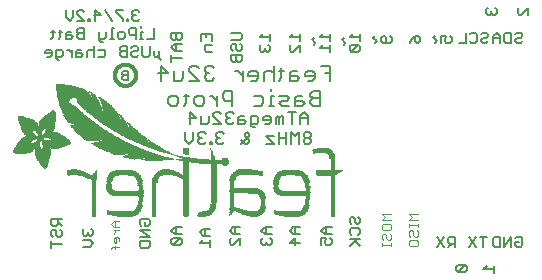
<source format=gbr>
G04 EAGLE Gerber RS-274X export*
G75*
%MOMM*%
%FSLAX34Y34*%
%LPD*%
%INSilkscreen Bottom*%
%IPPOS*%
%AMOC8*
5,1,8,0,0,1.08239X$1,22.5*%
G01*
%ADD10C,0.127000*%
%ADD11C,0.177800*%
%ADD12C,0.152400*%
%ADD13C,0.101600*%
%ADD14R,0.068600X0.007600*%
%ADD15R,0.114300X0.007600*%
%ADD16R,0.152400X0.007700*%
%ADD17R,0.182900X0.007600*%
%ADD18R,0.205700X0.007600*%
%ADD19R,0.228600X0.007600*%
%ADD20R,0.259100X0.007600*%
%ADD21R,0.274300X0.007700*%
%ADD22R,0.289500X0.007600*%
%ADD23R,0.304800X0.007600*%
%ADD24R,0.320100X0.007600*%
%ADD25R,0.342900X0.007600*%
%ADD26R,0.350500X0.007700*%
%ADD27R,0.365800X0.007600*%
%ADD28R,0.381000X0.007600*%
%ADD29R,0.388600X0.007600*%
%ADD30R,0.403800X0.007600*%
%ADD31R,0.419100X0.007700*%
%ADD32R,0.426700X0.007600*%
%ADD33R,0.441900X0.007600*%
%ADD34R,0.449600X0.007600*%
%ADD35R,0.464800X0.007600*%
%ADD36R,0.480000X0.007700*%
%ADD37R,0.487600X0.007600*%
%ADD38R,0.495300X0.007600*%
%ADD39R,0.510500X0.007600*%
%ADD40R,0.518100X0.007600*%
%ADD41R,0.525700X0.007700*%
%ADD42R,0.541000X0.007600*%
%ADD43R,0.548600X0.007600*%
%ADD44R,0.563800X0.007600*%
%ADD45R,0.571500X0.007600*%
%ADD46R,0.579100X0.007700*%
%ADD47R,0.594300X0.007600*%
%ADD48R,0.601900X0.007600*%
%ADD49R,0.609600X0.007600*%
%ADD50R,0.624800X0.007600*%
%ADD51R,0.632400X0.007700*%
%ADD52R,0.640000X0.007600*%
%ADD53R,0.655300X0.007600*%
%ADD54R,0.662900X0.007600*%
%ADD55R,0.678100X0.007600*%
%ADD56R,0.685800X0.007700*%
%ADD57R,0.693400X0.007600*%
%ADD58R,0.708600X0.007600*%
%ADD59R,0.716200X0.007600*%
%ADD60R,0.723900X0.007600*%
%ADD61R,0.739100X0.007700*%
%ADD62R,0.746700X0.007600*%
%ADD63R,0.754300X0.007600*%
%ADD64R,0.769600X0.007600*%
%ADD65R,0.777200X0.007600*%
%ADD66R,0.792400X0.007700*%
%ADD67R,0.800100X0.007600*%
%ADD68R,0.807700X0.007600*%
%ADD69R,0.822900X0.007600*%
%ADD70R,0.830500X0.007600*%
%ADD71R,0.838200X0.007700*%
%ADD72R,0.091500X0.007600*%
%ADD73R,0.853400X0.007600*%
%ADD74R,0.144700X0.007600*%
%ADD75R,0.861000X0.007600*%
%ADD76R,0.190500X0.007600*%
%ADD77R,0.876300X0.007600*%
%ADD78R,0.221000X0.007600*%
%ADD79R,0.883900X0.007600*%
%ADD80R,0.259000X0.007700*%
%ADD81R,0.891500X0.007700*%
%ADD82R,0.289600X0.007600*%
%ADD83R,0.906700X0.007600*%
%ADD84R,0.914400X0.007600*%
%ADD85R,0.350500X0.007600*%
%ADD86R,0.922000X0.007600*%
%ADD87R,0.937200X0.007600*%
%ADD88R,0.411400X0.007700*%
%ADD89R,0.944800X0.007700*%
%ADD90R,0.434300X0.007600*%
%ADD91R,0.952500X0.007600*%
%ADD92R,0.464900X0.007600*%
%ADD93R,0.967700X0.007600*%
%ADD94R,0.975300X0.007600*%
%ADD95R,0.518200X0.007600*%
%ADD96R,0.990600X0.007600*%
%ADD97R,0.548600X0.007700*%
%ADD98R,0.998200X0.007700*%
%ADD99R,1.005800X0.007600*%
%ADD100R,0.594400X0.007600*%
%ADD101R,1.021000X0.007600*%
%ADD102R,0.617200X0.007600*%
%ADD103R,1.028700X0.007600*%
%ADD104R,0.647700X0.007600*%
%ADD105R,1.036300X0.007600*%
%ADD106R,0.670500X0.007700*%
%ADD107R,1.051500X0.007700*%
%ADD108R,1.059100X0.007600*%
%ADD109R,0.716300X0.007600*%
%ADD110R,1.066800X0.007600*%
%ADD111R,0.739100X0.007600*%
%ADD112R,1.074400X0.007600*%
%ADD113R,0.762000X0.007600*%
%ADD114R,1.089600X0.007600*%
%ADD115R,0.784800X0.007700*%
%ADD116R,1.097200X0.007700*%
%ADD117R,1.104900X0.007600*%
%ADD118R,0.830600X0.007600*%
%ADD119R,1.112500X0.007600*%
%ADD120R,0.845800X0.007600*%
%ADD121R,1.120100X0.007600*%
%ADD122R,0.868700X0.007600*%
%ADD123R,1.127700X0.007600*%
%ADD124R,1.135300X0.007700*%
%ADD125R,1.143000X0.007600*%
%ADD126R,0.944900X0.007600*%
%ADD127R,1.150600X0.007600*%
%ADD128R,0.960100X0.007600*%
%ADD129R,1.158200X0.007600*%
%ADD130R,0.983000X0.007600*%
%ADD131R,1.165800X0.007600*%
%ADD132R,1.005900X0.007700*%
%ADD133R,1.173400X0.007700*%
%ADD134R,1.021100X0.007600*%
%ADD135R,1.181100X0.007600*%
%ADD136R,1.044000X0.007600*%
%ADD137R,1.188700X0.007600*%
%ADD138R,1.196300X0.007600*%
%ADD139R,1.082000X0.007600*%
%ADD140R,1.203900X0.007600*%
%ADD141R,1.104900X0.007700*%
%ADD142R,1.211500X0.007700*%
%ADD143R,1.211500X0.007600*%
%ADD144R,1.219200X0.007600*%
%ADD145R,1.226800X0.007600*%
%ADD146R,1.234400X0.007600*%
%ADD147R,1.188700X0.007700*%
%ADD148R,1.242000X0.007700*%
%ADD149R,1.242000X0.007600*%
%ADD150R,1.211600X0.007600*%
%ADD151R,1.249600X0.007600*%
%ADD152R,1.257300X0.007600*%
%ADD153R,1.264900X0.007600*%
%ADD154R,1.242100X0.007700*%
%ADD155R,1.264900X0.007700*%
%ADD156R,1.272500X0.007600*%
%ADD157R,1.265000X0.007600*%
%ADD158R,1.280100X0.007600*%
%ADD159R,1.272600X0.007600*%
%ADD160R,1.287700X0.007600*%
%ADD161R,1.287800X0.007600*%
%ADD162R,1.295400X0.007700*%
%ADD163R,1.303000X0.007600*%
%ADD164R,1.318200X0.007600*%
%ADD165R,1.310600X0.007600*%
%ADD166R,1.325900X0.007600*%
%ADD167R,1.341100X0.007700*%
%ADD168R,1.318200X0.007700*%
%ADD169R,1.341100X0.007600*%
%ADD170R,1.325800X0.007600*%
%ADD171R,1.348700X0.007600*%
%ADD172R,1.364000X0.007600*%
%ADD173R,1.333500X0.007600*%
%ADD174R,1.371600X0.007700*%
%ADD175R,1.379200X0.007600*%
%ADD176R,1.379300X0.007600*%
%ADD177R,1.386900X0.007600*%
%ADD178R,1.394500X0.007600*%
%ADD179R,1.356300X0.007600*%
%ADD180R,1.394400X0.007700*%
%ADD181R,1.356300X0.007700*%
%ADD182R,1.402000X0.007600*%
%ADD183R,1.409700X0.007600*%
%ADD184R,1.363900X0.007600*%
%ADD185R,1.417300X0.007600*%
%ADD186R,1.371600X0.007600*%
%ADD187R,1.424900X0.007700*%
%ADD188R,1.424900X0.007600*%
%ADD189R,1.432600X0.007600*%
%ADD190R,1.440200X0.007600*%
%ADD191R,1.386800X0.007600*%
%ADD192R,1.447800X0.007700*%
%ADD193R,1.386800X0.007700*%
%ADD194R,1.447800X0.007600*%
%ADD195R,1.455500X0.007600*%
%ADD196R,1.394400X0.007600*%
%ADD197R,1.463100X0.007600*%
%ADD198R,1.455400X0.007700*%
%ADD199R,1.463000X0.007600*%
%ADD200R,1.470600X0.007600*%
%ADD201R,1.470600X0.007700*%
%ADD202R,1.409700X0.007700*%
%ADD203R,1.470700X0.007600*%
%ADD204R,1.402100X0.007600*%
%ADD205R,1.478300X0.007600*%
%ADD206R,1.478300X0.007700*%
%ADD207R,1.402100X0.007700*%
%ADD208R,1.485900X0.007600*%
%ADD209R,1.485900X0.007700*%
%ADD210R,1.493500X0.007700*%
%ADD211R,1.493500X0.007600*%
%ADD212R,1.394500X0.007700*%
%ADD213R,1.493600X0.007700*%
%ADD214R,1.386900X0.007700*%
%ADD215R,1.379200X0.007700*%
%ADD216R,2.857500X0.007700*%
%ADD217R,2.857500X0.007600*%
%ADD218R,2.849900X0.007600*%
%ADD219R,2.842300X0.007600*%
%ADD220R,2.834700X0.007700*%
%ADD221R,2.827000X0.007600*%
%ADD222R,2.819400X0.007600*%
%ADD223R,2.811800X0.007600*%
%ADD224R,2.811800X0.007700*%
%ADD225R,2.804100X0.007600*%
%ADD226R,2.796500X0.007600*%
%ADD227R,1.966000X0.007600*%
%ADD228R,1.943100X0.007600*%
%ADD229R,0.754400X0.007600*%
%ADD230R,1.927900X0.007700*%
%ADD231R,0.746700X0.007700*%
%ADD232R,1.912600X0.007600*%
%ADD233R,0.731500X0.007600*%
%ADD234R,1.905000X0.007600*%
%ADD235R,1.882200X0.007600*%
%ADD236R,1.874600X0.007600*%
%ADD237R,1.866900X0.007700*%
%ADD238R,0.708700X0.007700*%
%ADD239R,1.851600X0.007600*%
%ADD240R,0.701100X0.007600*%
%ADD241R,1.844000X0.007600*%
%ADD242R,1.836400X0.007600*%
%ADD243R,1.821200X0.007600*%
%ADD244R,0.685800X0.007600*%
%ADD245R,1.813500X0.007700*%
%ADD246R,1.805900X0.007600*%
%ADD247R,0.678200X0.007600*%
%ADD248R,1.790700X0.007600*%
%ADD249R,0.670600X0.007600*%
%ADD250R,1.775500X0.007600*%
%ADD251R,1.767900X0.007700*%
%ADD252R,0.663000X0.007700*%
%ADD253R,1.760200X0.007600*%
%ADD254R,1.752600X0.007600*%
%ADD255R,0.937300X0.007600*%
%ADD256R,0.792500X0.007600*%
%ADD257R,0.899100X0.007600*%
%ADD258R,0.883900X0.007700*%
%ADD259R,0.716300X0.007700*%
%ADD260R,0.647700X0.007700*%
%ADD261R,0.640100X0.007600*%
%ADD262R,0.632500X0.007600*%
%ADD263R,0.655400X0.007600*%
%ADD264R,0.632400X0.007600*%
%ADD265R,0.845800X0.007700*%
%ADD266R,0.617200X0.007700*%
%ADD267R,0.624800X0.007700*%
%ADD268R,0.602000X0.007600*%
%ADD269R,0.838200X0.007600*%
%ADD270R,0.586700X0.007600*%
%ADD271R,0.548700X0.007600*%
%ADD272R,0.830500X0.007700*%
%ADD273R,0.541000X0.007700*%
%ADD274R,0.594300X0.007700*%
%ADD275R,0.525800X0.007600*%
%ADD276R,0.586800X0.007600*%
%ADD277R,0.815300X0.007600*%
%ADD278R,0.579200X0.007600*%
%ADD279R,0.815400X0.007600*%
%ADD280R,0.815400X0.007700*%
%ADD281R,0.571500X0.007700*%
%ADD282R,0.807800X0.007600*%
%ADD283R,0.563900X0.007600*%
%ADD284R,0.457200X0.007600*%
%ADD285R,0.442000X0.007600*%
%ADD286R,0.556300X0.007600*%
%ADD287R,0.807700X0.007700*%
%ADD288R,0.411500X0.007600*%
%ADD289R,0.533400X0.007600*%
%ADD290R,0.076200X0.007600*%
%ADD291R,0.403900X0.007600*%
%ADD292R,0.525700X0.007600*%
%ADD293R,0.388700X0.007600*%
%ADD294R,0.297200X0.007600*%
%ADD295R,0.373400X0.007700*%
%ADD296R,0.503000X0.007700*%
%ADD297R,0.426800X0.007700*%
%ADD298R,0.358100X0.007600*%
%ADD299R,0.502900X0.007600*%
%ADD300R,0.472400X0.007600*%
%ADD301R,0.487700X0.007600*%
%ADD302R,0.335300X0.007600*%
%ADD303R,0.792500X0.007700*%
%ADD304R,0.327600X0.007700*%
%ADD305R,0.472400X0.007700*%
%ADD306R,0.640000X0.007700*%
%ADD307R,0.784800X0.007600*%
%ADD308R,0.320000X0.007600*%
%ADD309R,0.792400X0.007600*%
%ADD310R,1.173400X0.007600*%
%ADD311R,1.196400X0.007600*%
%ADD312R,0.784900X0.007600*%
%ADD313R,0.784900X0.007700*%
%ADD314R,0.297200X0.007700*%
%ADD315R,1.249700X0.007600*%
%ADD316R,0.281900X0.007600*%
%ADD317R,1.295400X0.007600*%
%ADD318R,0.266700X0.007600*%
%ADD319R,0.777300X0.007700*%
%ADD320R,0.266700X0.007700*%
%ADD321R,1.333500X0.007700*%
%ADD322R,0.777300X0.007600*%
%ADD323R,1.348800X0.007600*%
%ADD324R,0.251500X0.007600*%
%ADD325R,0.243900X0.007700*%
%ADD326R,0.243900X0.007600*%
%ADD327R,1.440100X0.007600*%
%ADD328R,0.236200X0.007600*%
%ADD329R,0.762000X0.007700*%
%ADD330R,0.236200X0.007700*%
%ADD331R,1.508700X0.007700*%
%ADD332R,1.531600X0.007600*%
%ADD333R,1.546900X0.007600*%
%ADD334R,1.569700X0.007600*%
%ADD335R,1.585000X0.007600*%
%ADD336R,0.746800X0.007700*%
%ADD337R,1.607800X0.007700*%
%ADD338R,0.243800X0.007600*%
%ADD339R,1.630700X0.007600*%
%ADD340R,1.653500X0.007600*%
%ADD341R,0.739200X0.007600*%
%ADD342R,1.684000X0.007600*%
%ADD343R,2.019300X0.007600*%
%ADD344R,0.731500X0.007700*%
%ADD345R,2.026900X0.007700*%
%ADD346R,2.049800X0.007600*%
%ADD347R,2.057400X0.007600*%
%ADD348R,0.708700X0.007600*%
%ADD349R,2.072600X0.007600*%
%ADD350R,0.701000X0.007600*%
%ADD351R,2.095500X0.007600*%
%ADD352R,0.693500X0.007700*%
%ADD353R,2.110800X0.007700*%
%ADD354R,2.141200X0.007600*%
%ADD355R,0.060900X0.007600*%
%ADD356R,2.872700X0.007600*%
%ADD357R,3.124200X0.007600*%
%ADD358R,3.177600X0.007600*%
%ADD359R,3.215600X0.007700*%
%ADD360R,3.253700X0.007600*%
%ADD361R,3.284300X0.007600*%
%ADD362R,3.314700X0.007600*%
%ADD363R,3.352800X0.007600*%
%ADD364R,3.375600X0.007700*%
%ADD365R,3.406200X0.007600*%
%ADD366R,3.429000X0.007600*%
%ADD367R,3.451800X0.007600*%
%ADD368R,3.482400X0.007600*%
%ADD369R,1.828800X0.007700*%
%ADD370R,1.539300X0.007700*%
%ADD371R,1.767900X0.007600*%
%ADD372R,1.767800X0.007600*%
%ADD373R,1.760200X0.007700*%
%ADD374R,1.760300X0.007600*%
%ADD375R,1.775400X0.007700*%
%ADD376R,1.379300X0.007700*%
%ADD377R,1.783000X0.007600*%
%ADD378R,1.813500X0.007600*%
%ADD379R,1.821100X0.007700*%
%ADD380R,0.503000X0.007600*%
%ADD381R,1.135400X0.007600*%
%ADD382R,1.127700X0.007700*%
%ADD383R,0.487700X0.007700*%
%ADD384R,1.120200X0.007600*%
%ADD385R,1.097300X0.007600*%
%ADD386R,0.510600X0.007600*%
%ADD387R,1.074400X0.007700*%
%ADD388R,0.525800X0.007700*%
%ADD389R,1.440200X0.007700*%
%ADD390R,1.059200X0.007600*%
%ADD391R,1.051600X0.007600*%
%ADD392R,1.051500X0.007600*%
%ADD393R,1.043900X0.007700*%
%ADD394R,0.602000X0.007700*%
%ADD395R,1.524000X0.007600*%
%ADD396R,1.539300X0.007600*%
%ADD397R,1.592600X0.007600*%
%ADD398R,1.021100X0.007700*%
%ADD399R,1.615400X0.007700*%
%ADD400R,1.013400X0.007600*%
%ADD401R,1.653600X0.007600*%
%ADD402R,1.013500X0.007600*%
%ADD403R,1.699300X0.007600*%
%ADD404R,2.743200X0.007600*%
%ADD405R,1.005900X0.007600*%
%ADD406R,2.415500X0.007600*%
%ADD407R,1.005800X0.007700*%
%ADD408R,0.281900X0.007700*%
%ADD409R,2.408000X0.007700*%
%ADD410R,2.407900X0.007600*%
%ADD411R,0.998200X0.007600*%
%ADD412R,0.282000X0.007600*%
%ADD413R,0.998300X0.007600*%
%ADD414R,2.400300X0.007600*%
%ADD415R,0.289500X0.007700*%
%ADD416R,2.400300X0.007700*%
%ADD417R,0.297100X0.007600*%
%ADD418R,0.312400X0.007600*%
%ADD419R,2.392700X0.007600*%
%ADD420R,0.990600X0.007700*%
%ADD421R,0.327700X0.007700*%
%ADD422R,2.392700X0.007700*%
%ADD423R,2.385100X0.007600*%
%ADD424R,0.381000X0.007700*%
%ADD425R,2.377400X0.007700*%
%ADD426R,2.377400X0.007600*%
%ADD427R,2.369800X0.007600*%
%ADD428R,0.419100X0.007600*%
%ADD429R,2.362200X0.007600*%
%ADD430R,0.426800X0.007600*%
%ADD431R,1.036300X0.007700*%
%ADD432R,0.442000X0.007700*%
%ADD433R,2.354600X0.007700*%
%ADD434R,2.354600X0.007600*%
%ADD435R,0.480100X0.007600*%
%ADD436R,2.347000X0.007600*%
%ADD437R,1.074500X0.007600*%
%ADD438R,2.339400X0.007600*%
%ADD439R,1.082100X0.007700*%
%ADD440R,0.548700X0.007700*%
%ADD441R,2.331800X0.007700*%
%ADD442R,2.331800X0.007600*%
%ADD443R,0.624900X0.007600*%
%ADD444R,2.324100X0.007600*%
%ADD445R,1.859300X0.007600*%
%ADD446R,2.308800X0.007600*%
%ADD447R,2.301200X0.007700*%
%ADD448R,2.301200X0.007600*%
%ADD449R,2.293600X0.007600*%
%ADD450R,2.278400X0.007600*%
%ADD451R,1.889800X0.007600*%
%ADD452R,2.270700X0.007600*%
%ADD453R,1.897400X0.007700*%
%ADD454R,2.255500X0.007700*%
%ADD455R,1.897400X0.007600*%
%ADD456R,2.247900X0.007600*%
%ADD457R,2.232600X0.007600*%
%ADD458R,1.912700X0.007600*%
%ADD459R,2.209800X0.007600*%
%ADD460R,1.920300X0.007600*%
%ADD461R,2.186900X0.007600*%
%ADD462R,1.920300X0.007700*%
%ADD463R,2.171700X0.007700*%
%ADD464R,1.935500X0.007600*%
%ADD465R,2.148800X0.007600*%
%ADD466R,2.126000X0.007600*%
%ADD467R,1.950700X0.007600*%
%ADD468R,1.958400X0.007700*%
%ADD469R,2.042200X0.007700*%
%ADD470R,1.973600X0.007600*%
%ADD471R,1.996500X0.007600*%
%ADD472R,1.981200X0.007600*%
%ADD473R,1.988800X0.007600*%
%ADD474R,1.996400X0.007700*%
%ADD475R,1.996400X0.007600*%
%ADD476R,2.004100X0.007600*%
%ADD477R,1.874500X0.007600*%
%ADD478R,1.425000X0.007600*%
%ADD479R,2.026900X0.007600*%
%ADD480R,0.434400X0.007700*%
%ADD481R,1.364000X0.007700*%
%ADD482R,2.034500X0.007600*%
%ADD483R,0.434400X0.007600*%
%ADD484R,2.049700X0.007600*%
%ADD485R,2.065000X0.007700*%
%ADD486R,0.464800X0.007700*%
%ADD487R,1.196300X0.007700*%
%ADD488R,2.080300X0.007600*%
%ADD489R,1.158300X0.007600*%
%ADD490R,2.087900X0.007600*%
%ADD491R,0.472500X0.007600*%
%ADD492R,2.103100X0.007600*%
%ADD493R,2.118400X0.007600*%
%ADD494R,2.133600X0.007600*%
%ADD495R,2.148800X0.007700*%
%ADD496R,2.164000X0.007600*%
%ADD497R,2.171700X0.007600*%
%ADD498R,2.187000X0.007600*%
%ADD499R,0.556200X0.007600*%
%ADD500R,2.202200X0.007700*%
%ADD501R,0.556200X0.007700*%
%ADD502R,0.640100X0.007700*%
%ADD503R,0.579100X0.007600*%
%ADD504R,0.480000X0.007600*%
%ADD505R,1.752600X0.007700*%
%ADD506R,0.487600X0.007700*%
%ADD507R,0.594400X0.007700*%
%ADD508R,0.358100X0.007700*%
%ADD509R,0.099000X0.007600*%
%ADD510R,1.280200X0.007600*%
%ADD511R,1.745000X0.007600*%
%ADD512R,1.744900X0.007600*%
%ADD513R,1.737300X0.007700*%
%ADD514R,1.737400X0.007600*%
%ADD515R,1.729800X0.007600*%
%ADD516R,1.722200X0.007600*%
%ADD517R,1.722100X0.007600*%
%ADD518R,1.714500X0.007700*%
%ADD519R,1.356400X0.007700*%
%ADD520R,1.706900X0.007600*%
%ADD521R,1.356400X0.007600*%
%ADD522R,1.691700X0.007600*%
%ADD523R,1.668800X0.007700*%
%ADD524R,1.645900X0.007600*%
%ADD525R,1.623100X0.007600*%
%ADD526R,1.577400X0.007600*%
%ADD527R,1.554400X0.007600*%
%ADD528R,1.539200X0.007600*%
%ADD529R,1.524000X0.007700*%
%ADD530R,1.501100X0.007600*%
%ADD531R,1.455400X0.007600*%
%ADD532R,1.348800X0.007700*%
%ADD533R,1.318300X0.007600*%
%ADD534R,1.310600X0.007700*%
%ADD535R,1.287800X0.007700*%
%ADD536R,1.234500X0.007600*%
%ADD537R,1.226900X0.007600*%
%ADD538R,1.173500X0.007700*%
%ADD539R,1.173500X0.007600*%
%ADD540R,1.165900X0.007600*%
%ADD541R,1.143000X0.007700*%
%ADD542R,1.127800X0.007600*%
%ADD543R,1.097200X0.007600*%
%ADD544R,1.028700X0.007700*%
%ADD545R,0.982900X0.007600*%
%ADD546R,0.952500X0.007700*%
%ADD547R,0.929600X0.007600*%
%ADD548R,0.906800X0.007700*%
%ADD549R,0.906800X0.007600*%
%ADD550R,0.899200X0.007600*%
%ADD551R,0.884000X0.007600*%
%ADD552R,0.876300X0.007700*%
%ADD553R,0.830600X0.007700*%
%ADD554R,0.754400X0.007700*%
%ADD555R,0.746800X0.007600*%
%ADD556R,0.708600X0.007700*%
%ADD557R,0.678200X0.007700*%
%ADD558R,0.663000X0.007600*%
%ADD559R,0.632500X0.007700*%
%ADD560R,0.556300X0.007700*%
%ADD561R,0.518200X0.007700*%
%ADD562R,0.434300X0.007700*%
%ADD563R,0.396300X0.007700*%
%ADD564R,0.373300X0.007600*%
%ADD565R,0.365700X0.007600*%
%ADD566R,0.327700X0.007600*%
%ADD567R,0.304800X0.007700*%
%ADD568R,0.274300X0.007600*%
%ADD569R,0.243800X0.007700*%
%ADD570R,0.205800X0.007600*%
%ADD571R,0.152400X0.007600*%
%ADD572R,0.121900X0.007700*%
%ADD573R,0.914400X0.025400*%
%ADD574R,0.508000X0.025400*%
%ADD575R,0.889000X0.025400*%
%ADD576R,0.406400X0.025400*%
%ADD577R,1.320800X0.025400*%
%ADD578R,0.736600X0.025400*%
%ADD579R,0.660400X0.025400*%
%ADD580R,1.346200X0.025400*%
%ADD581R,1.625600X0.025400*%
%ADD582R,0.939800X0.025400*%
%ADD583R,0.025400X0.025400*%
%ADD584R,0.863600X0.025400*%
%ADD585R,0.431800X0.025400*%
%ADD586R,1.600200X0.025400*%
%ADD587R,1.854200X0.025400*%
%ADD588R,1.066800X0.025400*%
%ADD589R,0.050800X0.025400*%
%ADD590R,1.828800X0.025400*%
%ADD591R,2.032000X0.025400*%
%ADD592R,1.219200X0.025400*%
%ADD593R,0.076200X0.025400*%
%ADD594R,0.990600X0.025400*%
%ADD595R,2.057400X0.025400*%
%ADD596R,2.209800X0.025400*%
%ADD597R,2.362200X0.025400*%
%ADD598R,1.447800X0.025400*%
%ADD599R,0.101600X0.025400*%
%ADD600R,1.092200X0.025400*%
%ADD601R,2.489200X0.025400*%
%ADD602R,1.574800X0.025400*%
%ADD603R,0.127000X0.025400*%
%ADD604R,1.143000X0.025400*%
%ADD605R,2.565400X0.025400*%
%ADD606R,1.676400X0.025400*%
%ADD607R,0.152400X0.025400*%
%ADD608R,1.168400X0.025400*%
%ADD609R,2.590800X0.025400*%
%ADD610R,1.752600X0.025400*%
%ADD611R,0.177800X0.025400*%
%ADD612R,1.193800X0.025400*%
%ADD613R,2.616200X0.025400*%
%ADD614R,0.203200X0.025400*%
%ADD615R,2.641600X0.025400*%
%ADD616R,1.930400X0.025400*%
%ADD617R,0.228600X0.025400*%
%ADD618R,1.244600X0.025400*%
%ADD619R,2.667000X0.025400*%
%ADD620R,0.254000X0.025400*%
%ADD621R,2.692400X0.025400*%
%ADD622R,2.108200X0.025400*%
%ADD623R,0.279400X0.025400*%
%ADD624R,2.717800X0.025400*%
%ADD625R,1.041400X0.025400*%
%ADD626R,2.743200X0.025400*%
%ADD627R,2.260600X0.025400*%
%ADD628R,0.304800X0.025400*%
%ADD629R,0.838200X0.025400*%
%ADD630R,0.685800X0.025400*%
%ADD631R,1.270000X0.025400*%
%ADD632R,0.330200X0.025400*%
%ADD633R,0.609600X0.025400*%
%ADD634R,0.355600X0.025400*%
%ADD635R,0.762000X0.025400*%
%ADD636R,0.635000X0.025400*%
%ADD637R,0.584200X0.025400*%
%ADD638R,0.381000X0.025400*%
%ADD639R,0.533400X0.025400*%
%ADD640R,0.558800X0.025400*%
%ADD641R,0.482600X0.025400*%
%ADD642R,1.117600X0.025400*%
%ADD643R,0.457200X0.025400*%
%ADD644R,0.787400X0.025400*%
%ADD645R,0.711200X0.025400*%
%ADD646R,2.413000X0.025400*%
%ADD647R,2.438400X0.025400*%
%ADD648R,2.540000X0.025400*%
%ADD649R,2.794000X0.025400*%
%ADD650R,2.819400X0.025400*%
%ADD651R,2.844800X0.025400*%
%ADD652R,2.870200X0.025400*%
%ADD653R,1.016000X0.025400*%
%ADD654R,2.895600X0.025400*%
%ADD655R,1.422400X0.025400*%
%ADD656R,2.921000X0.025400*%
%ADD657R,1.803400X0.025400*%
%ADD658R,2.946400X0.025400*%
%ADD659R,2.971800X0.025400*%
%ADD660R,2.997200X0.025400*%
%ADD661R,3.022600X0.025400*%
%ADD662R,2.768600X0.025400*%
%ADD663R,2.514600X0.025400*%
%ADD664R,2.336800X0.025400*%
%ADD665R,0.965200X0.025400*%
%ADD666R,0.812800X0.025400*%
%ADD667R,1.651000X0.025400*%
%ADD668R,1.701800X0.025400*%
%ADD669R,1.727200X0.025400*%
%ADD670R,2.159000X0.025400*%
%ADD671R,1.778000X0.025400*%
%ADD672R,2.082800X0.025400*%
%ADD673R,2.463800X0.025400*%
%ADD674R,2.006600X0.025400*%
%ADD675R,1.905000X0.025400*%
%ADD676R,2.286000X0.025400*%
%ADD677R,1.955800X0.025400*%
%ADD678R,2.235200X0.025400*%
%ADD679R,1.524000X0.025400*%
%ADD680R,1.981200X0.025400*%
%ADD681R,2.184400X0.025400*%
%ADD682R,1.473200X0.025400*%
%ADD683R,1.397000X0.025400*%
%ADD684R,2.387600X0.025400*%
%ADD685R,1.879600X0.025400*%
%ADD686R,1.295400X0.025400*%
%ADD687R,1.549400X0.025400*%
%ADD688R,1.371600X0.025400*%
%ADD689R,3.200400X0.025400*%
%ADD690R,3.378200X0.025400*%
%ADD691R,3.835400X0.025400*%
%ADD692R,3.987800X0.025400*%
%ADD693R,4.089400X0.025400*%
%ADD694R,4.216400X0.025400*%
%ADD695R,2.311400X0.025400*%
%ADD696R,3.225800X0.025400*%
%ADD697R,3.479800X0.025400*%
%ADD698R,3.454400X0.025400*%
%ADD699R,1.498600X0.025400*%
%ADD700R,3.429000X0.025400*%
%ADD701R,3.403600X0.025400*%
%ADD702R,3.352800X0.025400*%
%ADD703R,3.327400X0.025400*%
%ADD704R,3.302000X0.025400*%
%ADD705R,3.276600X0.025400*%
%ADD706R,3.251200X0.025400*%
%ADD707R,3.175000X0.025400*%
%ADD708R,2.133600X0.025400*%
%ADD709C,0.304800*%
%ADD710C,0.203200*%


D10*
X133708Y222680D02*
X132225Y224163D01*
X129259Y224163D01*
X127776Y222680D01*
X127776Y221197D01*
X129259Y219714D01*
X130742Y219714D01*
X129259Y219714D02*
X127776Y218231D01*
X127776Y216748D01*
X129259Y215265D01*
X132225Y215265D01*
X133708Y216748D01*
X124353Y216748D02*
X124353Y215265D01*
X124353Y216748D02*
X122870Y216748D01*
X122870Y215265D01*
X124353Y215265D01*
X119675Y224163D02*
X113744Y224163D01*
X113744Y222680D01*
X119675Y216748D01*
X119675Y215265D01*
X110320Y215265D02*
X104389Y224163D01*
X96516Y224163D02*
X96516Y215265D01*
X100965Y219714D02*
X96516Y224163D01*
X95033Y219714D02*
X100965Y219714D01*
X91610Y216748D02*
X91610Y215265D01*
X91610Y216748D02*
X90127Y216748D01*
X90127Y215265D01*
X91610Y215265D01*
X86932Y215265D02*
X81001Y215265D01*
X86932Y215265D02*
X81001Y221197D01*
X81001Y222680D01*
X82483Y224163D01*
X85449Y224163D01*
X86932Y222680D01*
X77577Y224163D02*
X77577Y218231D01*
X74611Y215265D01*
X71645Y218231D01*
X71645Y224163D01*
X146182Y208923D02*
X146182Y200025D01*
X140250Y200025D01*
X136827Y205957D02*
X135344Y205957D01*
X135344Y200025D01*
X136827Y200025D02*
X133861Y200025D01*
X135344Y208923D02*
X135344Y210406D01*
X130590Y208923D02*
X130590Y200025D01*
X130590Y208923D02*
X126141Y208923D01*
X124658Y207440D01*
X124658Y204474D01*
X126141Y202991D01*
X130590Y202991D01*
X119752Y200025D02*
X116786Y200025D01*
X115303Y201508D01*
X115303Y204474D01*
X116786Y205957D01*
X119752Y205957D01*
X121235Y204474D01*
X121235Y201508D01*
X119752Y200025D01*
X111879Y208923D02*
X110397Y208923D01*
X110397Y200025D01*
X111879Y200025D02*
X108914Y200025D01*
X105643Y201508D02*
X105643Y205957D01*
X105643Y201508D02*
X104160Y200025D01*
X99711Y200025D01*
X99711Y198542D02*
X99711Y205957D01*
X99711Y198542D02*
X101194Y197059D01*
X102677Y197059D01*
X86932Y200025D02*
X86932Y208923D01*
X82484Y208923D01*
X81001Y207440D01*
X81001Y205957D01*
X82484Y204474D01*
X81001Y202991D01*
X81001Y201508D01*
X82484Y200025D01*
X86932Y200025D01*
X86932Y204474D02*
X82484Y204474D01*
X76094Y205957D02*
X73128Y205957D01*
X71645Y204474D01*
X71645Y200025D01*
X76094Y200025D01*
X77577Y201508D01*
X76094Y202991D01*
X71645Y202991D01*
X66739Y201508D02*
X66739Y207440D01*
X66739Y201508D02*
X65256Y200025D01*
X65256Y205957D02*
X68222Y205957D01*
X60502Y207440D02*
X60502Y201508D01*
X59019Y200025D01*
X59019Y205957D02*
X61985Y205957D01*
X150156Y189234D02*
X150156Y186268D01*
X148673Y184785D01*
X147190Y184785D01*
X145707Y186268D01*
X145707Y189234D01*
X150156Y186268D02*
X150156Y183302D01*
X151639Y181819D01*
X142284Y186268D02*
X142284Y193683D01*
X142284Y186268D02*
X140801Y184785D01*
X137835Y184785D01*
X136352Y186268D01*
X136352Y193683D01*
X128480Y193683D02*
X126997Y192200D01*
X128480Y193683D02*
X131446Y193683D01*
X132929Y192200D01*
X132929Y190717D01*
X131446Y189234D01*
X128480Y189234D01*
X126997Y187751D01*
X126997Y186268D01*
X128480Y184785D01*
X131446Y184785D01*
X132929Y186268D01*
X123573Y184785D02*
X123573Y193683D01*
X119125Y193683D01*
X117642Y192200D01*
X117642Y190717D01*
X119125Y189234D01*
X117642Y187751D01*
X117642Y186268D01*
X119125Y184785D01*
X123573Y184785D01*
X123573Y189234D02*
X119125Y189234D01*
X103380Y190717D02*
X98931Y190717D01*
X103380Y190717D02*
X104863Y189234D01*
X104863Y186268D01*
X103380Y184785D01*
X98931Y184785D01*
X95508Y184785D02*
X95508Y193683D01*
X94025Y190717D02*
X95508Y189234D01*
X94025Y190717D02*
X91059Y190717D01*
X89576Y189234D01*
X89576Y184785D01*
X84670Y190717D02*
X81704Y190717D01*
X80221Y189234D01*
X80221Y184785D01*
X84670Y184785D01*
X86153Y186268D01*
X84670Y187751D01*
X80221Y187751D01*
X76797Y184785D02*
X76797Y190717D01*
X73832Y190717D02*
X76797Y187751D01*
X73832Y190717D02*
X72349Y190717D01*
X66036Y181819D02*
X64553Y181819D01*
X63070Y183302D01*
X63070Y190717D01*
X67519Y190717D01*
X69002Y189234D01*
X69002Y186268D01*
X67519Y184785D01*
X63070Y184785D01*
X58163Y184785D02*
X55198Y184785D01*
X58163Y184785D02*
X59646Y186268D01*
X59646Y189234D01*
X58163Y190717D01*
X55198Y190717D01*
X53715Y189234D01*
X53715Y187751D01*
X59646Y187751D01*
D11*
X295400Y176922D02*
X295400Y164465D01*
X295400Y176922D02*
X287096Y176922D01*
X291248Y170693D02*
X295400Y170693D01*
X280227Y164465D02*
X276075Y164465D01*
X280227Y164465D02*
X282303Y166541D01*
X282303Y170693D01*
X280227Y172769D01*
X276075Y172769D01*
X273999Y170693D01*
X273999Y168617D01*
X282303Y168617D01*
X267130Y172769D02*
X262978Y172769D01*
X260901Y170693D01*
X260901Y164465D01*
X267130Y164465D01*
X269206Y166541D01*
X267130Y168617D01*
X260901Y168617D01*
X254032Y166541D02*
X254032Y174846D01*
X254032Y166541D02*
X251956Y164465D01*
X251956Y172769D02*
X256109Y172769D01*
X247377Y176922D02*
X247377Y164465D01*
X247377Y170693D02*
X245301Y172769D01*
X241149Y172769D01*
X239073Y170693D01*
X239073Y164465D01*
X232204Y164465D02*
X228052Y164465D01*
X232204Y164465D02*
X234280Y166541D01*
X234280Y170693D01*
X232204Y172769D01*
X228052Y172769D01*
X225975Y170693D01*
X225975Y168617D01*
X234280Y168617D01*
X221183Y164465D02*
X221183Y172769D01*
X221183Y168617D02*
X217030Y172769D01*
X214954Y172769D01*
X197171Y174846D02*
X195095Y176922D01*
X190943Y176922D01*
X188867Y174846D01*
X188867Y172769D01*
X190943Y170693D01*
X193019Y170693D01*
X190943Y170693D02*
X188867Y168617D01*
X188867Y166541D01*
X190943Y164465D01*
X195095Y164465D01*
X197171Y166541D01*
X184074Y164465D02*
X175769Y164465D01*
X175769Y172769D02*
X184074Y164465D01*
X175769Y172769D02*
X175769Y174846D01*
X177845Y176922D01*
X181998Y176922D01*
X184074Y174846D01*
X170976Y172769D02*
X170976Y166541D01*
X168900Y164465D01*
X162672Y164465D01*
X162672Y172769D01*
X151651Y176922D02*
X151651Y164465D01*
X157879Y170693D02*
X151651Y176922D01*
X149575Y170693D02*
X157879Y170693D01*
X286669Y155586D02*
X286669Y143129D01*
X286669Y155586D02*
X280441Y155586D01*
X278364Y153510D01*
X278364Y151433D01*
X280441Y149357D01*
X278364Y147281D01*
X278364Y145205D01*
X280441Y143129D01*
X286669Y143129D01*
X286669Y149357D02*
X280441Y149357D01*
X271495Y151433D02*
X267343Y151433D01*
X265267Y149357D01*
X265267Y143129D01*
X271495Y143129D01*
X273572Y145205D01*
X271495Y147281D01*
X265267Y147281D01*
X260474Y143129D02*
X254246Y143129D01*
X252170Y145205D01*
X254246Y147281D01*
X258398Y147281D01*
X260474Y149357D01*
X258398Y151433D01*
X252170Y151433D01*
X247377Y151433D02*
X245301Y151433D01*
X245301Y143129D01*
X247377Y143129D02*
X243225Y143129D01*
X245301Y155586D02*
X245301Y157662D01*
X236569Y151433D02*
X230341Y151433D01*
X236569Y151433D02*
X238646Y149357D01*
X238646Y145205D01*
X236569Y143129D01*
X230341Y143129D01*
X212451Y143129D02*
X212451Y155586D01*
X206223Y155586D01*
X204147Y153510D01*
X204147Y149357D01*
X206223Y147281D01*
X212451Y147281D01*
X199354Y143129D02*
X199354Y151433D01*
X199354Y147281D02*
X195202Y151433D01*
X193126Y151433D01*
X186363Y143129D02*
X182211Y143129D01*
X180135Y145205D01*
X180135Y149357D01*
X182211Y151433D01*
X186363Y151433D01*
X188439Y149357D01*
X188439Y145205D01*
X186363Y143129D01*
X173266Y145205D02*
X173266Y153510D01*
X173266Y145205D02*
X171190Y143129D01*
X171190Y151433D02*
X175342Y151433D01*
X164535Y143129D02*
X160382Y143129D01*
X158306Y145205D01*
X158306Y149357D01*
X160382Y151433D01*
X164535Y151433D01*
X166611Y149357D01*
X166611Y145205D01*
X164535Y143129D01*
D12*
X276651Y134689D02*
X276651Y128080D01*
X276651Y134689D02*
X273346Y137994D01*
X270041Y134689D01*
X270041Y128080D01*
X270041Y133037D02*
X276651Y133037D01*
X262822Y128080D02*
X262822Y137994D01*
X266126Y137994D02*
X259517Y137994D01*
X255602Y134689D02*
X255602Y128080D01*
X255602Y134689D02*
X253949Y134689D01*
X252297Y133037D01*
X252297Y128080D01*
X252297Y133037D02*
X250645Y134689D01*
X248992Y133037D01*
X248992Y128080D01*
X243425Y128080D02*
X240120Y128080D01*
X243425Y128080D02*
X245077Y129732D01*
X245077Y133037D01*
X243425Y134689D01*
X240120Y134689D01*
X238468Y133037D01*
X238468Y131384D01*
X245077Y131384D01*
X231248Y124775D02*
X229595Y124775D01*
X227943Y126427D01*
X227943Y134689D01*
X232900Y134689D01*
X234553Y133037D01*
X234553Y129732D01*
X232900Y128080D01*
X227943Y128080D01*
X222376Y134689D02*
X219071Y134689D01*
X217418Y133037D01*
X217418Y128080D01*
X222376Y128080D01*
X224028Y129732D01*
X222376Y131384D01*
X217418Y131384D01*
X213503Y136342D02*
X211851Y137994D01*
X208546Y137994D01*
X206894Y136342D01*
X206894Y134689D01*
X208546Y133037D01*
X210199Y133037D01*
X208546Y133037D02*
X206894Y131384D01*
X206894Y129732D01*
X208546Y128080D01*
X211851Y128080D01*
X213503Y129732D01*
X202979Y128080D02*
X196369Y128080D01*
X196369Y134689D02*
X202979Y128080D01*
X196369Y134689D02*
X196369Y136342D01*
X198022Y137994D01*
X201326Y137994D01*
X202979Y136342D01*
X192454Y134689D02*
X192454Y129732D01*
X190802Y128080D01*
X185845Y128080D01*
X185845Y134689D01*
X176972Y137994D02*
X176972Y128080D01*
X181930Y133037D02*
X176972Y137994D01*
X175320Y133037D02*
X181930Y133037D01*
X277630Y120849D02*
X279282Y119197D01*
X277630Y120849D02*
X274325Y120849D01*
X272673Y119197D01*
X272673Y117544D01*
X274325Y115892D01*
X272673Y114239D01*
X272673Y112587D01*
X274325Y110935D01*
X277630Y110935D01*
X279282Y112587D01*
X279282Y114239D01*
X277630Y115892D01*
X279282Y117544D01*
X279282Y119197D01*
X277630Y115892D02*
X274325Y115892D01*
X268758Y110935D02*
X268758Y120849D01*
X265453Y117544D01*
X262148Y120849D01*
X262148Y110935D01*
X258233Y110935D02*
X258233Y120849D01*
X258233Y115892D02*
X251623Y115892D01*
X251623Y120849D02*
X251623Y110935D01*
X247708Y117544D02*
X241099Y117544D01*
X247708Y110935D01*
X241099Y110935D01*
X223354Y110935D02*
X220050Y114239D01*
X223354Y110935D02*
X225007Y110935D01*
X226659Y112587D01*
X226659Y114239D01*
X223354Y117544D01*
X223354Y119197D01*
X225007Y120849D01*
X226659Y119197D01*
X226659Y117544D01*
X220050Y110935D01*
X205610Y119197D02*
X203958Y120849D01*
X200653Y120849D01*
X199000Y119197D01*
X199000Y117544D01*
X200653Y115892D01*
X202305Y115892D01*
X200653Y115892D02*
X199000Y114239D01*
X199000Y112587D01*
X200653Y110935D01*
X203958Y110935D01*
X205610Y112587D01*
X195085Y112587D02*
X195085Y110935D01*
X195085Y112587D02*
X193433Y112587D01*
X193433Y110935D01*
X195085Y110935D01*
X189823Y119197D02*
X188171Y120849D01*
X184866Y120849D01*
X183213Y119197D01*
X183213Y117544D01*
X184866Y115892D01*
X186518Y115892D01*
X184866Y115892D02*
X183213Y114239D01*
X183213Y112587D01*
X184866Y110935D01*
X188171Y110935D01*
X189823Y112587D01*
X179299Y114239D02*
X179299Y120849D01*
X179299Y114239D02*
X175994Y110935D01*
X172689Y114239D01*
X172689Y120849D01*
D10*
X211447Y205168D02*
X218862Y205168D01*
X220345Y203685D01*
X220345Y200719D01*
X218862Y199236D01*
X211447Y199236D01*
X211447Y191364D02*
X212930Y189881D01*
X211447Y191364D02*
X211447Y194330D01*
X212930Y195813D01*
X214413Y195813D01*
X215896Y194330D01*
X215896Y191364D01*
X217379Y189881D01*
X218862Y189881D01*
X220345Y191364D01*
X220345Y194330D01*
X218862Y195813D01*
X220345Y186457D02*
X211447Y186457D01*
X211447Y182009D01*
X212930Y180526D01*
X214413Y180526D01*
X215896Y182009D01*
X217379Y180526D01*
X218862Y180526D01*
X220345Y182009D01*
X220345Y186457D01*
X215896Y186457D02*
X215896Y182009D01*
X235577Y201334D02*
X238543Y204300D01*
X235577Y201334D02*
X244475Y201334D01*
X244475Y204300D02*
X244475Y198368D01*
X237060Y194945D02*
X235577Y193462D01*
X235577Y190496D01*
X237060Y189013D01*
X238543Y189013D01*
X240026Y190496D01*
X240026Y191979D01*
X240026Y190496D02*
X241509Y189013D01*
X242992Y189013D01*
X244475Y190496D01*
X244475Y193462D01*
X242992Y194945D01*
X389247Y196231D02*
X389247Y202163D01*
X393696Y202163D01*
X392213Y199197D01*
X392213Y197714D01*
X393696Y196231D01*
X396662Y196231D01*
X398145Y197714D01*
X398145Y200680D01*
X396662Y202163D01*
X289343Y204300D02*
X286377Y201334D01*
X295275Y201334D01*
X295275Y204300D02*
X295275Y198368D01*
X289343Y194945D02*
X286377Y191979D01*
X295275Y191979D01*
X295275Y194945D02*
X295275Y189013D01*
X311777Y201334D02*
X314743Y204300D01*
X311777Y201334D02*
X320675Y201334D01*
X320675Y204300D02*
X320675Y198368D01*
X319192Y194945D02*
X313260Y194945D01*
X311777Y193462D01*
X311777Y190496D01*
X313260Y189013D01*
X319192Y189013D01*
X320675Y190496D01*
X320675Y193462D01*
X319192Y194945D01*
X313260Y189013D01*
X345862Y202163D02*
X347345Y200680D01*
X347345Y197714D01*
X345862Y196231D01*
X339930Y196231D01*
X338447Y197714D01*
X338447Y200680D01*
X339930Y202163D01*
X341413Y202163D01*
X342896Y200680D01*
X342896Y196231D01*
X422756Y203630D02*
X424239Y205113D01*
X427205Y205113D01*
X428688Y203630D01*
X428688Y202147D01*
X427205Y200664D01*
X424239Y200664D01*
X422756Y199181D01*
X422756Y197698D01*
X424239Y196215D01*
X427205Y196215D01*
X428688Y197698D01*
X414884Y205113D02*
X413401Y203630D01*
X414884Y205113D02*
X417850Y205113D01*
X419333Y203630D01*
X419333Y197698D01*
X417850Y196215D01*
X414884Y196215D01*
X413401Y197698D01*
X409977Y196215D02*
X409977Y205113D01*
X409977Y196215D02*
X404046Y196215D01*
X451966Y203630D02*
X453449Y205113D01*
X456415Y205113D01*
X457898Y203630D01*
X457898Y202147D01*
X456415Y200664D01*
X453449Y200664D01*
X451966Y199181D01*
X451966Y197698D01*
X453449Y196215D01*
X456415Y196215D01*
X457898Y197698D01*
X448543Y196215D02*
X448543Y205113D01*
X448543Y196215D02*
X444094Y196215D01*
X442611Y197698D01*
X442611Y203630D01*
X444094Y205113D01*
X448543Y205113D01*
X439187Y202147D02*
X439187Y196215D01*
X439187Y202147D02*
X436222Y205113D01*
X433256Y202147D01*
X433256Y196215D01*
X433256Y200664D02*
X439187Y200664D01*
X427347Y224810D02*
X428830Y226293D01*
X427347Y224810D02*
X427347Y221844D01*
X428830Y220361D01*
X430313Y220361D01*
X431796Y221844D01*
X431796Y223327D01*
X431796Y221844D02*
X433279Y220361D01*
X434762Y220361D01*
X436245Y221844D01*
X436245Y224810D01*
X434762Y226293D01*
X169545Y205168D02*
X160647Y205168D01*
X160647Y200719D01*
X162130Y199236D01*
X163613Y199236D01*
X165096Y200719D01*
X166579Y199236D01*
X168062Y199236D01*
X169545Y200719D01*
X169545Y205168D01*
X165096Y205168D02*
X165096Y200719D01*
X163613Y195813D02*
X169545Y195813D01*
X163613Y195813D02*
X160647Y192847D01*
X163613Y189881D01*
X169545Y189881D01*
X165096Y189881D02*
X165096Y195813D01*
X169545Y183492D02*
X160647Y183492D01*
X160647Y186457D02*
X160647Y180526D01*
X260977Y201334D02*
X263943Y204300D01*
X260977Y201334D02*
X269875Y201334D01*
X269875Y204300D02*
X269875Y198368D01*
X269875Y194945D02*
X269875Y189013D01*
X269875Y194945D02*
X263943Y189013D01*
X262460Y189013D01*
X260977Y190496D01*
X260977Y193462D01*
X262460Y194945D01*
X362577Y196231D02*
X364060Y199197D01*
X367026Y202163D01*
X369992Y202163D01*
X371475Y200680D01*
X371475Y197714D01*
X369992Y196231D01*
X368509Y196231D01*
X367026Y197714D01*
X367026Y202163D01*
X186047Y204300D02*
X186047Y198368D01*
X186047Y204300D02*
X194945Y204300D01*
X194945Y198368D01*
X190496Y201334D02*
X190496Y204300D01*
X189013Y194945D02*
X194945Y194945D01*
X189013Y194945D02*
X189013Y190496D01*
X190496Y189013D01*
X194945Y189013D01*
X384183Y196617D02*
X385666Y198100D01*
X382700Y201066D01*
X384183Y202549D01*
X462915Y220361D02*
X462915Y226293D01*
X456983Y220361D01*
X455500Y220361D01*
X454017Y221844D01*
X454017Y224810D01*
X455500Y226293D01*
X67945Y47688D02*
X59047Y47688D01*
X59047Y43239D01*
X60530Y41756D01*
X63496Y41756D01*
X64979Y43239D01*
X64979Y47688D01*
X64979Y44722D02*
X67945Y41756D01*
X59047Y33884D02*
X60530Y32401D01*
X59047Y33884D02*
X59047Y36850D01*
X60530Y38333D01*
X62013Y38333D01*
X63496Y36850D01*
X63496Y33884D01*
X64979Y32401D01*
X66462Y32401D01*
X67945Y33884D01*
X67945Y36850D01*
X66462Y38333D01*
X67945Y26012D02*
X59047Y26012D01*
X59047Y28977D02*
X59047Y23046D01*
D13*
X111841Y45609D02*
X116586Y45609D01*
X111841Y45609D02*
X109468Y43237D01*
X111841Y40864D01*
X116586Y40864D01*
X113027Y40864D02*
X113027Y45609D01*
X111841Y38125D02*
X116586Y38125D01*
X114213Y38125D02*
X111841Y35752D01*
X111841Y34566D01*
X116586Y30702D02*
X116586Y28329D01*
X116586Y30702D02*
X115400Y31888D01*
X113027Y31888D01*
X111841Y30702D01*
X111841Y28329D01*
X113027Y27143D01*
X114213Y27143D01*
X114213Y31888D01*
X116586Y23218D02*
X110654Y23218D01*
X109468Y22031D01*
X113027Y22031D02*
X113027Y24404D01*
D10*
X87200Y39200D02*
X85717Y37717D01*
X85717Y34751D01*
X87200Y33268D01*
X88683Y33268D01*
X90166Y34751D01*
X90166Y36234D01*
X90166Y34751D02*
X91649Y33268D01*
X93132Y33268D01*
X94615Y34751D01*
X94615Y37717D01*
X93132Y39200D01*
X91649Y29845D02*
X85717Y29845D01*
X91649Y29845D02*
X94615Y26879D01*
X91649Y23913D01*
X85717Y23913D01*
X290613Y40470D02*
X296545Y40470D01*
X290613Y40470D02*
X287647Y37504D01*
X290613Y34538D01*
X296545Y34538D01*
X292096Y34538D02*
X292096Y40470D01*
X287647Y31115D02*
X287647Y25183D01*
X287647Y31115D02*
X292096Y31115D01*
X290613Y28149D01*
X290613Y26666D01*
X292096Y25183D01*
X295062Y25183D01*
X296545Y26666D01*
X296545Y29632D01*
X295062Y31115D01*
X269875Y40470D02*
X263943Y40470D01*
X260977Y37504D01*
X263943Y34538D01*
X269875Y34538D01*
X265426Y34538D02*
X265426Y40470D01*
X269875Y26666D02*
X260977Y26666D01*
X265426Y31115D01*
X265426Y25183D01*
X245745Y40470D02*
X239813Y40470D01*
X236847Y37504D01*
X239813Y34538D01*
X245745Y34538D01*
X241296Y34538D02*
X241296Y40470D01*
X238330Y31115D02*
X236847Y29632D01*
X236847Y26666D01*
X238330Y25183D01*
X239813Y25183D01*
X241296Y26666D01*
X241296Y28149D01*
X241296Y26666D02*
X242779Y25183D01*
X244262Y25183D01*
X245745Y26666D01*
X245745Y29632D01*
X244262Y31115D01*
X219075Y40470D02*
X213143Y40470D01*
X210177Y37504D01*
X213143Y34538D01*
X219075Y34538D01*
X214626Y34538D02*
X214626Y40470D01*
X219075Y31115D02*
X219075Y25183D01*
X219075Y31115D02*
X213143Y25183D01*
X211660Y25183D01*
X210177Y26666D01*
X210177Y29632D01*
X211660Y31115D01*
X193675Y39200D02*
X187743Y39200D01*
X184777Y36234D01*
X187743Y33268D01*
X193675Y33268D01*
X189226Y33268D02*
X189226Y39200D01*
X187743Y29845D02*
X184777Y26879D01*
X193675Y26879D01*
X193675Y29845D02*
X193675Y23913D01*
X169545Y40470D02*
X163613Y40470D01*
X160647Y37504D01*
X163613Y34538D01*
X169545Y34538D01*
X165096Y34538D02*
X165096Y40470D01*
X168062Y31115D02*
X162130Y31115D01*
X160647Y29632D01*
X160647Y26666D01*
X162130Y25183D01*
X168062Y25183D01*
X169545Y26666D01*
X169545Y29632D01*
X168062Y31115D01*
X162130Y25183D01*
X311777Y44509D02*
X313260Y43026D01*
X311777Y44509D02*
X311777Y47475D01*
X313260Y48958D01*
X314743Y48958D01*
X316226Y47475D01*
X316226Y44509D01*
X317709Y43026D01*
X319192Y43026D01*
X320675Y44509D01*
X320675Y47475D01*
X319192Y48958D01*
X311777Y35154D02*
X313260Y33671D01*
X311777Y35154D02*
X311777Y38120D01*
X313260Y39603D01*
X319192Y39603D01*
X320675Y38120D01*
X320675Y35154D01*
X319192Y33671D01*
X320675Y30247D02*
X311777Y30247D01*
X311777Y24316D02*
X317709Y30247D01*
X316226Y28765D02*
X320675Y24316D01*
D13*
X338956Y51329D02*
X346837Y51329D01*
X341583Y48702D02*
X338956Y51329D01*
X341583Y48702D02*
X338956Y46075D01*
X346837Y46075D01*
X338956Y41830D02*
X338956Y39203D01*
X338956Y41830D02*
X340270Y43144D01*
X345524Y43144D01*
X346837Y41830D01*
X346837Y39203D01*
X345524Y37890D01*
X340270Y37890D01*
X338956Y39203D01*
X338956Y31017D02*
X340270Y29704D01*
X338956Y31017D02*
X338956Y33644D01*
X340270Y34958D01*
X341583Y34958D01*
X342897Y33644D01*
X342897Y31017D01*
X344210Y29704D01*
X345524Y29704D01*
X346837Y31017D01*
X346837Y33644D01*
X345524Y34958D01*
X346837Y26772D02*
X346837Y24145D01*
X346837Y25459D02*
X338956Y25459D01*
X338956Y26772D02*
X338956Y24145D01*
X361816Y51329D02*
X369697Y51329D01*
X364443Y48702D02*
X361816Y51329D01*
X364443Y48702D02*
X361816Y46075D01*
X369697Y46075D01*
X369697Y43144D02*
X369697Y40517D01*
X369697Y41830D02*
X361816Y41830D01*
X361816Y40517D02*
X361816Y43144D01*
X361816Y33746D02*
X363130Y32433D01*
X361816Y33746D02*
X361816Y36373D01*
X363130Y37686D01*
X364443Y37686D01*
X365757Y36373D01*
X365757Y33746D01*
X367070Y32433D01*
X368384Y32433D01*
X369697Y33746D01*
X369697Y36373D01*
X368384Y37686D01*
X361816Y28187D02*
X361816Y25560D01*
X361816Y28187D02*
X363130Y29501D01*
X368384Y29501D01*
X369697Y28187D01*
X369697Y25560D01*
X368384Y24247D01*
X363130Y24247D01*
X361816Y25560D01*
D10*
X403438Y2307D02*
X409370Y2307D01*
X410853Y3790D01*
X410853Y6756D01*
X409370Y8239D01*
X403438Y8239D01*
X401955Y6756D01*
X401955Y3790D01*
X403438Y2307D01*
X409370Y8239D01*
X424807Y4887D02*
X427773Y7853D01*
X424807Y4887D02*
X433705Y4887D01*
X433705Y7853D02*
X433705Y1921D01*
X401150Y23495D02*
X401150Y32393D01*
X396701Y32393D01*
X395218Y30910D01*
X395218Y27944D01*
X396701Y26461D01*
X401150Y26461D01*
X398184Y26461D02*
X395218Y23495D01*
X385863Y23495D02*
X391795Y32393D01*
X385863Y32393D02*
X391795Y23495D01*
X424854Y23495D02*
X424854Y32393D01*
X427820Y32393D02*
X421888Y32393D01*
X418465Y32393D02*
X412533Y23495D01*
X418465Y23495D02*
X412533Y32393D01*
X135460Y41756D02*
X133977Y43239D01*
X133977Y46205D01*
X135460Y47688D01*
X141392Y47688D01*
X142875Y46205D01*
X142875Y43239D01*
X141392Y41756D01*
X138426Y41756D01*
X138426Y44722D01*
X142875Y38333D02*
X133977Y38333D01*
X142875Y32401D01*
X133977Y32401D01*
X133977Y28977D02*
X142875Y28977D01*
X142875Y24529D01*
X141392Y23046D01*
X135460Y23046D01*
X133977Y24529D01*
X133977Y28977D01*
X451966Y30910D02*
X453449Y32393D01*
X456415Y32393D01*
X457898Y30910D01*
X457898Y24978D01*
X456415Y23495D01*
X453449Y23495D01*
X451966Y24978D01*
X451966Y27944D01*
X454932Y27944D01*
X448543Y23495D02*
X448543Y32393D01*
X442611Y23495D01*
X442611Y32393D01*
X439187Y32393D02*
X439187Y23495D01*
X434739Y23495D01*
X433256Y24978D01*
X433256Y30910D01*
X434739Y32393D01*
X439187Y32393D01*
X305214Y199410D02*
X306697Y200893D01*
X305214Y199410D02*
X308180Y196444D01*
X306697Y194961D01*
X281297Y200893D02*
X279814Y199410D01*
X282780Y196444D01*
X281297Y194961D01*
X331884Y200680D02*
X333367Y202163D01*
X331884Y200680D02*
X334850Y197714D01*
X333367Y196231D01*
D14*
X60808Y138430D03*
D15*
X60808Y138354D03*
D16*
X60770Y138278D03*
D17*
X60770Y138201D03*
D18*
X60808Y138125D03*
D19*
X60770Y138049D03*
D20*
X60770Y137973D03*
D21*
X60770Y137897D03*
D22*
X60770Y137820D03*
D23*
X60693Y137744D03*
D24*
X60694Y137668D03*
D25*
X60656Y137592D03*
D26*
X60618Y137516D03*
D27*
X60617Y137439D03*
D28*
X60541Y137363D03*
D29*
X60503Y137287D03*
D30*
X60503Y137211D03*
D31*
X60427Y137135D03*
D32*
X60389Y137058D03*
D33*
X60313Y136982D03*
D34*
X60274Y136906D03*
D35*
X60274Y136830D03*
D36*
X60198Y136754D03*
D37*
X60160Y136677D03*
D38*
X60122Y136601D03*
D39*
X60046Y136525D03*
D40*
X60008Y136449D03*
D41*
X59970Y136373D03*
D42*
X59893Y136296D03*
D43*
X59855Y136220D03*
D44*
X59779Y136144D03*
D45*
X59741Y136068D03*
D46*
X59703Y135992D03*
D47*
X59627Y135915D03*
D48*
X59589Y135839D03*
D49*
X59550Y135763D03*
D50*
X59474Y135687D03*
D51*
X59436Y135611D03*
D52*
X59398Y135534D03*
D53*
X59322Y135458D03*
D54*
X59284Y135382D03*
D55*
X59208Y135306D03*
D56*
X59169Y135230D03*
D57*
X59131Y135153D03*
D58*
X59055Y135077D03*
D59*
X59017Y135001D03*
D60*
X58979Y134925D03*
D61*
X58903Y134849D03*
D62*
X58865Y134772D03*
D63*
X58827Y134696D03*
D64*
X58750Y134620D03*
D65*
X58712Y134544D03*
D66*
X58636Y134468D03*
D67*
X58598Y134391D03*
D68*
X58560Y134315D03*
D69*
X58484Y134239D03*
D70*
X58446Y134163D03*
D71*
X58407Y134087D03*
D72*
X32881Y134010D03*
D73*
X58331Y134010D03*
D74*
X32919Y133934D03*
D75*
X58293Y133934D03*
D76*
X32995Y133858D03*
D77*
X58217Y133858D03*
D78*
X33071Y133782D03*
D79*
X58179Y133782D03*
D80*
X33109Y133706D03*
D81*
X58141Y133706D03*
D82*
X33185Y133629D03*
D83*
X58065Y133629D03*
D24*
X33262Y133553D03*
D84*
X58026Y133553D03*
D85*
X33338Y133477D03*
D86*
X57988Y133477D03*
D28*
X33414Y133401D03*
D87*
X57912Y133401D03*
D88*
X33490Y133325D03*
D89*
X57874Y133325D03*
D90*
X33605Y133248D03*
D91*
X57836Y133248D03*
D92*
X33681Y133172D03*
D93*
X57760Y133172D03*
D38*
X33757Y133096D03*
D94*
X57722Y133096D03*
D95*
X33871Y133020D03*
D96*
X57645Y133020D03*
D97*
X33947Y132944D03*
D98*
X57607Y132944D03*
D45*
X34062Y132867D03*
D99*
X57569Y132867D03*
D100*
X34176Y132791D03*
D101*
X57493Y132791D03*
D102*
X34290Y132715D03*
D103*
X57455Y132715D03*
D104*
X34367Y132639D03*
D105*
X57417Y132639D03*
D106*
X34481Y132563D03*
D107*
X57341Y132563D03*
D57*
X34595Y132486D03*
D108*
X57303Y132486D03*
D109*
X34710Y132410D03*
D110*
X57264Y132410D03*
D111*
X34824Y132334D03*
D112*
X57226Y132334D03*
D113*
X34938Y132258D03*
D114*
X57150Y132258D03*
D115*
X35052Y132182D03*
D116*
X57112Y132182D03*
D68*
X35167Y132105D03*
D117*
X57074Y132105D03*
D118*
X35281Y132029D03*
D119*
X57036Y132029D03*
D120*
X35433Y131953D03*
D121*
X56998Y131953D03*
D122*
X35548Y131877D03*
D123*
X56960Y131877D03*
D81*
X35662Y131801D03*
D124*
X56922Y131801D03*
D86*
X35814Y131724D03*
D125*
X56883Y131724D03*
D126*
X35929Y131648D03*
D127*
X56845Y131648D03*
D128*
X36081Y131572D03*
D129*
X56807Y131572D03*
D130*
X36195Y131496D03*
D131*
X56769Y131496D03*
D132*
X36310Y131420D03*
D133*
X56731Y131420D03*
D134*
X36462Y131343D03*
D135*
X56693Y131343D03*
D136*
X36576Y131267D03*
D137*
X56655Y131267D03*
D110*
X36690Y131191D03*
D138*
X56617Y131191D03*
D139*
X36843Y131115D03*
D140*
X56579Y131115D03*
D141*
X36958Y131039D03*
D142*
X56541Y131039D03*
D121*
X37034Y130962D03*
D143*
X56541Y130962D03*
D125*
X37148Y130886D03*
D144*
X56502Y130886D03*
D127*
X37262Y130810D03*
D145*
X56464Y130810D03*
D131*
X37338Y130734D03*
D146*
X56426Y130734D03*
D147*
X37453Y130658D03*
D148*
X56388Y130658D03*
D138*
X37567Y130581D03*
D149*
X56388Y130581D03*
D150*
X37643Y130505D03*
D151*
X56350Y130505D03*
D145*
X37719Y130429D03*
D152*
X56312Y130429D03*
D145*
X37795Y130353D03*
D153*
X56274Y130353D03*
D154*
X37872Y130277D03*
D155*
X56274Y130277D03*
D152*
X37948Y130200D03*
D156*
X56236Y130200D03*
D157*
X38062Y130124D03*
D158*
X56198Y130124D03*
D159*
X38100Y130048D03*
D160*
X56160Y130048D03*
D161*
X38176Y129972D03*
D160*
X56160Y129972D03*
D162*
X38291Y129896D03*
X56121Y129896D03*
D163*
X38329Y129819D03*
X56083Y129819D03*
D164*
X38405Y129743D03*
D163*
X56083Y129743D03*
D164*
X38481Y129667D03*
D165*
X56045Y129667D03*
D166*
X38520Y129591D03*
D165*
X56045Y129591D03*
D167*
X38596Y129515D03*
D168*
X56007Y129515D03*
D169*
X38672Y129438D03*
D170*
X55969Y129438D03*
D171*
X38710Y129362D03*
D170*
X55969Y129362D03*
D172*
X38786Y129286D03*
D173*
X55931Y129286D03*
D172*
X38862Y129210D03*
D173*
X55931Y129210D03*
D174*
X38900Y129134D03*
D167*
X55893Y129134D03*
D175*
X38938Y129057D03*
D169*
X55893Y129057D03*
D176*
X39015Y128981D03*
D171*
X55855Y128981D03*
D177*
X39053Y128905D03*
D171*
X55855Y128905D03*
D178*
X39091Y128829D03*
D179*
X55817Y128829D03*
D180*
X39167Y128753D03*
D181*
X55817Y128753D03*
D182*
X39205Y128676D03*
D179*
X55817Y128676D03*
D183*
X39244Y128600D03*
D184*
X55779Y128600D03*
D183*
X39320Y128524D03*
D184*
X55779Y128524D03*
D185*
X39358Y128448D03*
D186*
X55740Y128448D03*
D187*
X39396Y128372D03*
D174*
X55740Y128372D03*
D188*
X39472Y128295D03*
D186*
X55740Y128295D03*
D189*
X39510Y128219D03*
D175*
X55702Y128219D03*
D190*
X39548Y128143D03*
D175*
X55702Y128143D03*
D190*
X39624Y128067D03*
D191*
X55664Y128067D03*
D192*
X39662Y127991D03*
D193*
X55664Y127991D03*
D194*
X39662Y127914D03*
D191*
X55664Y127914D03*
D194*
X39738Y127838D03*
D191*
X55664Y127838D03*
D195*
X39777Y127762D03*
D196*
X55626Y127762D03*
D197*
X39815Y127686D03*
D196*
X55626Y127686D03*
D198*
X39853Y127610D03*
D180*
X55626Y127610D03*
D199*
X39891Y127533D03*
D182*
X55588Y127533D03*
D200*
X39929Y127457D03*
D182*
X55588Y127457D03*
D199*
X39967Y127381D03*
D182*
X55588Y127381D03*
D200*
X40005Y127305D03*
D182*
X55588Y127305D03*
D201*
X40005Y127229D03*
D202*
X55550Y127229D03*
D203*
X40082Y127152D03*
D204*
X55512Y127152D03*
D205*
X40120Y127076D03*
D204*
X55512Y127076D03*
D205*
X40120Y127000D03*
D204*
X55512Y127000D03*
D205*
X40196Y126924D03*
D204*
X55512Y126924D03*
D206*
X40196Y126848D03*
D207*
X55512Y126848D03*
D208*
X40234Y126771D03*
D183*
X55474Y126771D03*
D205*
X40272Y126695D03*
D183*
X55474Y126695D03*
D208*
X40310Y126619D03*
D183*
X55474Y126619D03*
D208*
X40310Y126543D03*
D183*
X55474Y126543D03*
D209*
X40387Y126467D03*
D202*
X55474Y126467D03*
D208*
X40387Y126390D03*
D183*
X55474Y126390D03*
D208*
X40387Y126314D03*
D183*
X55474Y126314D03*
D208*
X40463Y126238D03*
D204*
X55436Y126238D03*
D208*
X40463Y126162D03*
D204*
X55436Y126162D03*
D210*
X40501Y126086D03*
D207*
X55436Y126086D03*
D208*
X40539Y126009D03*
D204*
X55436Y126009D03*
D208*
X40539Y125933D03*
D204*
X55436Y125933D03*
D211*
X40577Y125857D03*
D204*
X55436Y125857D03*
D208*
X40615Y125781D03*
D204*
X55436Y125781D03*
D209*
X40615Y125705D03*
D212*
X55398Y125705D03*
D211*
X40653Y125628D03*
D178*
X55398Y125628D03*
D208*
X40691Y125552D03*
D178*
X55398Y125552D03*
D208*
X40691Y125476D03*
D178*
X55398Y125476D03*
D208*
X40691Y125400D03*
D178*
X55398Y125400D03*
D213*
X40729Y125324D03*
D214*
X55360Y125324D03*
D208*
X40768Y125247D03*
D177*
X55360Y125247D03*
D208*
X40768Y125171D03*
D177*
X55360Y125171D03*
D211*
X40806Y125095D03*
D177*
X55360Y125095D03*
D208*
X40844Y125019D03*
D175*
X55321Y125019D03*
D209*
X40844Y124943D03*
D215*
X55321Y124943D03*
D211*
X40882Y124866D03*
D175*
X55321Y124866D03*
D208*
X40920Y124790D03*
D175*
X55321Y124790D03*
D208*
X40920Y124714D03*
D186*
X55283Y124714D03*
D208*
X40920Y124638D03*
D186*
X55283Y124638D03*
D216*
X47854Y124562D03*
D217*
X47854Y124485D03*
D218*
X47816Y124409D03*
D219*
X47854Y124333D03*
X47854Y124257D03*
D220*
X47816Y124181D03*
D221*
X47854Y124104D03*
X47854Y124028D03*
D222*
X47816Y123952D03*
D223*
X47854Y123876D03*
D224*
X47854Y123800D03*
D225*
X47816Y123723D03*
D226*
X47854Y123647D03*
D227*
X43701Y123571D03*
D64*
X57912Y123571D03*
D228*
X43587Y123495D03*
D229*
X57988Y123495D03*
D230*
X43587Y123419D03*
D231*
X58027Y123419D03*
D232*
X43510Y123342D03*
D233*
X58027Y123342D03*
D234*
X43472Y123266D03*
D233*
X58027Y123266D03*
D235*
X43434Y123190D03*
D109*
X58027Y123190D03*
D236*
X43396Y123114D03*
D109*
X58027Y123114D03*
D237*
X43358Y123038D03*
D238*
X57989Y123038D03*
D239*
X43358Y122961D03*
D240*
X58027Y122961D03*
D241*
X43320Y122885D03*
D57*
X57988Y122885D03*
D242*
X43282Y122809D03*
D57*
X57988Y122809D03*
D243*
X43282Y122733D03*
D244*
X57950Y122733D03*
D245*
X43244Y122657D03*
D56*
X57950Y122657D03*
D246*
X43206Y122580D03*
D247*
X57912Y122580D03*
D248*
X43206Y122504D03*
D247*
X57912Y122504D03*
D248*
X43206Y122428D03*
D249*
X57874Y122428D03*
D250*
X43206Y122352D03*
D249*
X57874Y122352D03*
D251*
X43168Y122276D03*
D252*
X57836Y122276D03*
D253*
X43129Y122199D03*
D53*
X57798Y122199D03*
D254*
X43167Y122123D03*
D53*
X57798Y122123D03*
D255*
X39091Y122047D03*
D256*
X47892Y122047D03*
D104*
X57760Y122047D03*
D257*
X38977Y121971D03*
D111*
X48083Y121971D03*
D104*
X57684Y121971D03*
D258*
X38901Y121895D03*
D259*
X48197Y121895D03*
D260*
X57684Y121895D03*
D122*
X38901Y121818D03*
D57*
X48235Y121818D03*
D261*
X57646Y121818D03*
D122*
X38901Y121742D03*
D249*
X48273Y121742D03*
D262*
X57608Y121742D03*
D73*
X38900Y121666D03*
D263*
X48349Y121666D03*
D50*
X57569Y121666D03*
D73*
X38900Y121590D03*
D264*
X48387Y121590D03*
D50*
X57569Y121590D03*
D265*
X38938Y121514D03*
D266*
X48463Y121514D03*
D267*
X57493Y121514D03*
D120*
X38938Y121437D03*
D268*
X48463Y121437D03*
D102*
X57455Y121437D03*
D269*
X38976Y121361D03*
D270*
X48540Y121361D03*
D49*
X57417Y121361D03*
D269*
X38976Y121285D03*
D45*
X48540Y121285D03*
D268*
X57379Y121285D03*
D70*
X39015Y121209D03*
D271*
X48578Y121209D03*
D48*
X57303Y121209D03*
D272*
X39015Y121133D03*
D273*
X48616Y121133D03*
D274*
X57265Y121133D03*
D69*
X39053Y121056D03*
D275*
X48616Y121056D03*
D270*
X57227Y121056D03*
D69*
X39053Y120980D03*
D95*
X48654Y120980D03*
D276*
X57150Y120980D03*
D277*
X39091Y120904D03*
D38*
X48692Y120904D03*
D278*
X57112Y120904D03*
D279*
X39167Y120828D03*
D37*
X48730Y120828D03*
D45*
X57074Y120828D03*
D280*
X39167Y120752D03*
D36*
X48768Y120752D03*
D281*
X56998Y120752D03*
D282*
X39205Y120675D03*
D35*
X48768Y120675D03*
D283*
X56960Y120675D03*
D279*
X39243Y120599D03*
D284*
X48806Y120599D03*
D283*
X56884Y120599D03*
D68*
X39282Y120523D03*
D285*
X48806Y120523D03*
D286*
X56846Y120523D03*
D67*
X39320Y120447D03*
D90*
X48845Y120447D03*
D42*
X56769Y120447D03*
D287*
X39358Y120371D03*
D31*
X48845Y120371D03*
D273*
X56693Y120371D03*
D67*
X39396Y120294D03*
D288*
X48883Y120294D03*
D289*
X56655Y120294D03*
D290*
X61608Y120294D03*
D67*
X39472Y120218D03*
D291*
X48921Y120218D03*
D292*
X56541Y120218D03*
D78*
X61646Y120218D03*
D67*
X39472Y120142D03*
D293*
X48921Y120142D03*
D40*
X56503Y120142D03*
D294*
X61646Y120142D03*
D67*
X39548Y120066D03*
D28*
X48959Y120066D03*
D95*
X56426Y120066D03*
D27*
X61684Y120066D03*
D66*
X39586Y119990D03*
D295*
X48997Y119990D03*
D296*
X56350Y119990D03*
D297*
X61684Y119990D03*
D256*
X39663Y119913D03*
D298*
X48997Y119913D03*
D299*
X56274Y119913D03*
D300*
X61684Y119913D03*
D67*
X39701Y119837D03*
D298*
X48997Y119837D03*
D301*
X56198Y119837D03*
D95*
X61684Y119837D03*
D256*
X39739Y119761D03*
D85*
X49035Y119761D03*
D301*
X56122Y119761D03*
D44*
X61684Y119761D03*
D256*
X39815Y119685D03*
D302*
X49035Y119685D03*
D300*
X56045Y119685D03*
D268*
X61722Y119685D03*
D303*
X39891Y119609D03*
D304*
X49073Y119609D03*
D305*
X55969Y119609D03*
D306*
X61684Y119609D03*
D307*
X39929Y119532D03*
D308*
X49111Y119532D03*
D284*
X55893Y119532D03*
D244*
X61684Y119532D03*
D309*
X39967Y119456D03*
D308*
X49111Y119456D03*
D310*
X59398Y119456D03*
D256*
X40044Y119380D03*
D23*
X49111Y119380D03*
D311*
X59436Y119380D03*
D312*
X40082Y119304D03*
D294*
X49149Y119304D03*
D150*
X59512Y119304D03*
D313*
X40158Y119228D03*
D314*
X49149Y119228D03*
D154*
X59589Y119228D03*
D312*
X40234Y119151D03*
D82*
X49187Y119151D03*
D315*
X59627Y119151D03*
D307*
X40310Y119075D03*
D316*
X49226Y119075D03*
D156*
X59665Y119075D03*
D307*
X40386Y118999D03*
D316*
X49226Y118999D03*
D317*
X59703Y118999D03*
D65*
X40424Y118923D03*
D318*
X49226Y118923D03*
D165*
X59779Y118923D03*
D319*
X40501Y118847D03*
D320*
X49226Y118847D03*
D321*
X59818Y118847D03*
D322*
X40577Y118770D03*
D20*
X49264Y118770D03*
D323*
X59817Y118770D03*
D65*
X40653Y118694D03*
D20*
X49264Y118694D03*
D186*
X59855Y118694D03*
D65*
X40729Y118618D03*
D324*
X49302Y118618D03*
D177*
X59932Y118618D03*
D65*
X40805Y118542D03*
D324*
X49302Y118542D03*
D204*
X59932Y118542D03*
D319*
X40882Y118466D03*
D325*
X49340Y118466D03*
D187*
X59970Y118466D03*
D64*
X40996Y118389D03*
D326*
X49340Y118389D03*
D327*
X59970Y118389D03*
D64*
X41072Y118313D03*
D328*
X49378Y118313D03*
D195*
X59970Y118313D03*
D64*
X41148Y118237D03*
D328*
X49378Y118237D03*
D205*
X60008Y118237D03*
D64*
X41224Y118161D03*
D19*
X49416Y118161D03*
D211*
X60008Y118161D03*
D329*
X41339Y118085D03*
D330*
X49454Y118085D03*
D331*
X60008Y118085D03*
D113*
X41415Y118008D03*
D328*
X49454Y118008D03*
D332*
X60046Y118008D03*
D113*
X41567Y117932D03*
D328*
X49454Y117932D03*
D333*
X60046Y117932D03*
D113*
X41643Y117856D03*
D19*
X49492Y117856D03*
D334*
X60084Y117856D03*
D229*
X41758Y117780D03*
D328*
X49530Y117780D03*
D335*
X60084Y117780D03*
D336*
X41872Y117704D03*
D330*
X49530Y117704D03*
D337*
X60046Y117704D03*
D62*
X42025Y117627D03*
D338*
X49568Y117627D03*
D339*
X60084Y117627D03*
D62*
X42101Y117551D03*
D324*
X49607Y117551D03*
D340*
X60046Y117551D03*
D341*
X42291Y117475D03*
D318*
X49683Y117475D03*
D342*
X60046Y117475D03*
D233*
X42406Y117399D03*
D343*
X58446Y117399D03*
D344*
X42558Y117323D03*
D345*
X58484Y117323D03*
D60*
X42749Y117246D03*
D346*
X58522Y117246D03*
D109*
X42939Y117170D03*
D347*
X58560Y117170D03*
D348*
X43130Y117094D03*
D349*
X58560Y117094D03*
D350*
X43320Y117018D03*
D351*
X58598Y117018D03*
D352*
X43587Y116942D03*
D353*
X58598Y116942D03*
D57*
X43815Y116865D03*
D354*
X58598Y116865D03*
D355*
X39358Y116789D03*
D356*
X55017Y116789D03*
D357*
X53835Y116713D03*
D358*
X53721Y116637D03*
D359*
X53607Y116561D03*
D360*
X53569Y116484D03*
D361*
X53493Y116408D03*
D362*
X53417Y116332D03*
D363*
X53378Y116256D03*
D364*
X53340Y116180D03*
D365*
X53340Y116103D03*
D366*
X53302Y116027D03*
D367*
X53264Y115951D03*
D368*
X53264Y115875D03*
D369*
X44844Y115799D03*
D370*
X63056Y115799D03*
D248*
X44501Y115722D03*
D208*
X63399Y115722D03*
D371*
X44311Y115646D03*
D199*
X63665Y115646D03*
D372*
X44158Y115570D03*
D190*
X63856Y115570D03*
D371*
X44006Y115494D03*
D188*
X64085Y115494D03*
D373*
X43891Y115418D03*
D202*
X64237Y115418D03*
D253*
X43739Y115341D03*
D196*
X64389Y115341D03*
D253*
X43663Y115265D03*
D178*
X64542Y115265D03*
D374*
X43587Y115189D03*
D191*
X64656Y115189D03*
D250*
X43511Y115113D03*
D175*
X64846Y115113D03*
D375*
X43434Y115037D03*
D376*
X64923Y115037D03*
D377*
X43396Y114960D03*
D186*
X65037Y114960D03*
D248*
X43358Y114884D03*
D186*
X65189Y114884D03*
D246*
X43282Y114808D03*
D186*
X65265Y114808D03*
D378*
X43244Y114732D03*
D172*
X65380Y114732D03*
D379*
X43206Y114656D03*
D174*
X65494Y114656D03*
D144*
X40119Y114579D03*
D292*
X49683Y114579D03*
D186*
X65570Y114579D03*
D135*
X39853Y114503D03*
D380*
X49873Y114503D03*
D176*
X65685Y114503D03*
D129*
X39662Y114427D03*
D301*
X49950Y114427D03*
D175*
X65761Y114427D03*
D381*
X39472Y114351D03*
D301*
X50026Y114351D03*
D191*
X65799Y114351D03*
D382*
X39358Y114275D03*
D383*
X50102Y114275D03*
D180*
X65913Y114275D03*
D384*
X39167Y114198D03*
D38*
X50140Y114198D03*
D178*
X65990Y114198D03*
D119*
X39053Y114122D03*
D38*
X50216Y114122D03*
D183*
X66066Y114122D03*
D385*
X38901Y114046D03*
D380*
X50254Y114046D03*
D185*
X66104Y114046D03*
D139*
X38824Y113970D03*
D386*
X50292Y113970D03*
D188*
X66142Y113970D03*
D387*
X38710Y113894D03*
D388*
X50368Y113894D03*
D389*
X66218Y113894D03*
D110*
X38595Y113817D03*
D289*
X50406Y113817D03*
D194*
X66256Y113817D03*
D390*
X38481Y113741D03*
D271*
X50483Y113741D03*
D199*
X66332Y113741D03*
D391*
X38367Y113665D03*
D283*
X50559Y113665D03*
D203*
X66371Y113665D03*
D392*
X38291Y113589D03*
D278*
X50635Y113589D03*
D208*
X66371Y113589D03*
D393*
X38177Y113513D03*
D394*
X50673Y113513D03*
D331*
X66409Y113513D03*
D136*
X38100Y113436D03*
D102*
X50749Y113436D03*
D395*
X66408Y113436D03*
D105*
X37986Y113360D03*
D104*
X50826Y113360D03*
D396*
X66409Y113360D03*
D105*
X37910Y113284D03*
D249*
X50940Y113284D03*
D334*
X66409Y113284D03*
D134*
X37834Y113208D03*
D350*
X51016Y113208D03*
D397*
X66370Y113208D03*
D398*
X37758Y113132D03*
D61*
X51131Y113132D03*
D399*
X66332Y113132D03*
D400*
X37643Y113055D03*
D65*
X51321Y113055D03*
D401*
X66294Y113055D03*
D402*
X37567Y112979D03*
D118*
X51511Y112979D03*
D403*
X66142Y112979D03*
D402*
X37491Y112903D03*
D404*
X60998Y112903D03*
D405*
X37453Y112827D03*
D82*
X48654Y112827D03*
D406*
X62713Y112827D03*
D407*
X37376Y112751D03*
D408*
X48540Y112751D03*
D409*
X62827Y112751D03*
D99*
X37300Y112674D03*
D316*
X48464Y112674D03*
D410*
X62904Y112674D03*
D411*
X37262Y112598D03*
D412*
X48387Y112598D03*
D410*
X62980Y112598D03*
D411*
X37186Y112522D03*
D82*
X48349Y112522D03*
D410*
X63056Y112522D03*
D413*
X37110Y112446D03*
D82*
X48273Y112446D03*
D414*
X63094Y112446D03*
D98*
X37033Y112370D03*
D415*
X48197Y112370D03*
D416*
X63170Y112370D03*
D96*
X36995Y112293D03*
D417*
X48159Y112293D03*
D414*
X63247Y112293D03*
D96*
X36919Y112217D03*
D23*
X48044Y112217D03*
D414*
X63247Y112217D03*
D411*
X36881Y112141D03*
D418*
X48006Y112141D03*
D419*
X63285Y112141D03*
D411*
X36805Y112065D03*
D308*
X47968Y112065D03*
D419*
X63361Y112065D03*
D420*
X36767Y111989D03*
D421*
X47854Y111989D03*
D422*
X63361Y111989D03*
D413*
X36729Y111912D03*
D302*
X47816Y111912D03*
D423*
X63399Y111912D03*
D411*
X36652Y111836D03*
D85*
X47740Y111836D03*
D423*
X63399Y111836D03*
D99*
X36614Y111760D03*
D298*
X47702Y111760D03*
D423*
X63475Y111760D03*
D411*
X36576Y111684D03*
D27*
X47587Y111684D03*
D423*
X63475Y111684D03*
D407*
X36538Y111608D03*
D424*
X47511Y111608D03*
D425*
X63513Y111608D03*
D400*
X36500Y111531D03*
D29*
X47473Y111531D03*
D426*
X63513Y111531D03*
D400*
X36500Y111455D03*
D291*
X47397Y111455D03*
D427*
X63551Y111455D03*
D134*
X36462Y111379D03*
D428*
X47321Y111379D03*
D429*
X63513Y111379D03*
D103*
X36424Y111303D03*
D430*
X47206Y111303D03*
D429*
X63513Y111303D03*
D431*
X36386Y111227D03*
D432*
X47130Y111227D03*
D433*
X63551Y111227D03*
D105*
X36386Y111150D03*
D92*
X47016Y111150D03*
D434*
X63551Y111150D03*
D392*
X36386Y111074D03*
D435*
X46940Y111074D03*
D436*
X63589Y111074D03*
D108*
X36348Y110998D03*
D380*
X46825Y110998D03*
D436*
X63589Y110998D03*
D437*
X36348Y110922D03*
D275*
X46711Y110922D03*
D438*
X63551Y110922D03*
D439*
X36386Y110846D03*
D440*
X46597Y110846D03*
D441*
X63589Y110846D03*
D117*
X36424Y110769D03*
D278*
X46444Y110769D03*
D442*
X63589Y110769D03*
D125*
X36538Y110693D03*
D443*
X46216Y110693D03*
D444*
X63551Y110693D03*
D445*
X40044Y110617D03*
D444*
X63551Y110617D03*
D445*
X40044Y110541D03*
D446*
X63551Y110541D03*
D237*
X40006Y110465D03*
D447*
X63513Y110465D03*
D236*
X39967Y110388D03*
D448*
X63513Y110388D03*
D236*
X39967Y110312D03*
D449*
X63475Y110312D03*
D235*
X39929Y110236D03*
D450*
X63475Y110236D03*
D451*
X39891Y110160D03*
D452*
X63437Y110160D03*
D453*
X39853Y110084D03*
D454*
X63361Y110084D03*
D455*
X39853Y110007D03*
D456*
X63323Y110007D03*
D234*
X39815Y109931D03*
D457*
X63246Y109931D03*
D458*
X39777Y109855D03*
D459*
X63208Y109855D03*
D460*
X39739Y109779D03*
D461*
X63094Y109779D03*
D462*
X39739Y109703D03*
D463*
X63018Y109703D03*
D464*
X39739Y109626D03*
D465*
X62903Y109626D03*
D228*
X39701Y109550D03*
D466*
X62789Y109550D03*
D467*
X39663Y109474D03*
D351*
X62637Y109474D03*
D467*
X39663Y109398D03*
D349*
X62522Y109398D03*
D468*
X39624Y109322D03*
D469*
X62446Y109322D03*
D227*
X39586Y109245D03*
D343*
X62332Y109245D03*
D470*
X39548Y109169D03*
D471*
X62218Y109169D03*
D472*
X39586Y109093D03*
D470*
X62103Y109093D03*
D473*
X39548Y109017D03*
D467*
X61989Y109017D03*
D474*
X39510Y108941D03*
D230*
X61875Y108941D03*
D475*
X39510Y108864D03*
D455*
X61722Y108864D03*
D476*
X39472Y108788D03*
D477*
X61608Y108788D03*
D343*
X39472Y108712D03*
D428*
X54331Y108712D03*
D478*
X63627Y108712D03*
D479*
X39434Y108636D03*
D32*
X54369Y108636D03*
D196*
X63551Y108636D03*
D345*
X39434Y108560D03*
D480*
X54407Y108560D03*
D481*
X63475Y108560D03*
D482*
X39396Y108483D03*
D483*
X54407Y108483D03*
D173*
X63399Y108483D03*
D484*
X39396Y108407D03*
D285*
X54445Y108407D03*
D317*
X63360Y108407D03*
D347*
X39357Y108331D03*
D34*
X54483Y108331D03*
D152*
X63247Y108331D03*
D347*
X39357Y108255D03*
D284*
X54521Y108255D03*
D145*
X63170Y108255D03*
D485*
X39319Y108179D03*
D486*
X54559Y108179D03*
D487*
X63094Y108179D03*
D488*
X39320Y108102D03*
D35*
X54559Y108102D03*
D489*
X63056Y108102D03*
D490*
X39282Y108026D03*
D491*
X54598Y108026D03*
D123*
X62980Y108026D03*
D490*
X39282Y107950D03*
D435*
X54636Y107950D03*
D385*
X62904Y107950D03*
D492*
X39282Y107874D03*
D301*
X54674Y107874D03*
D390*
X62865Y107874D03*
D353*
X39243Y107798D03*
D383*
X54674Y107798D03*
D398*
X62751Y107798D03*
D493*
X39281Y107721D03*
D38*
X54712Y107721D03*
D130*
X62713Y107721D03*
D466*
X39243Y107645D03*
D39*
X54712Y107645D03*
D91*
X62637Y107645D03*
D494*
X39205Y107569D03*
D95*
X54750Y107569D03*
D84*
X62598Y107569D03*
D465*
X39205Y107493D03*
D95*
X54750Y107493D03*
D79*
X62523Y107493D03*
D495*
X39205Y107417D03*
D388*
X54788Y107417D03*
D265*
X62484Y107417D03*
D496*
X39205Y107340D03*
D289*
X54826Y107340D03*
D282*
X62446Y107340D03*
D497*
X39167Y107264D03*
D289*
X54826Y107264D03*
D64*
X62408Y107264D03*
D498*
X39167Y107188D03*
D43*
X54826Y107188D03*
D60*
X62332Y107188D03*
D498*
X39167Y107112D03*
D499*
X54864Y107112D03*
D244*
X62294Y107112D03*
D500*
X39167Y107036D03*
D501*
X54864Y107036D03*
D502*
X62294Y107036D03*
D254*
X36843Y106959D03*
D34*
X47930Y106959D03*
D45*
X54865Y106959D03*
D48*
X62256Y106959D03*
D254*
X36767Y106883D03*
D35*
X47930Y106883D03*
D45*
X54865Y106883D03*
D286*
X62256Y106883D03*
D254*
X36767Y106807D03*
D300*
X47968Y106807D03*
D503*
X54903Y106807D03*
D38*
X62256Y106807D03*
D254*
X36690Y106731D03*
D504*
X47930Y106731D03*
D276*
X54864Y106731D03*
D90*
X62180Y106731D03*
D505*
X36614Y106655D03*
D506*
X47968Y106655D03*
D507*
X54902Y106655D03*
D508*
X62180Y106655D03*
D254*
X36614Y106578D03*
D38*
X48007Y106578D03*
D268*
X54864Y106578D03*
D20*
X62142Y106578D03*
D254*
X36538Y106502D03*
D386*
X48006Y106502D03*
D49*
X54902Y106502D03*
D509*
X62103Y106502D03*
D254*
X36462Y106426D03*
D95*
X48044Y106426D03*
D102*
X54864Y106426D03*
D253*
X36424Y106350D03*
D275*
X48082Y106350D03*
D264*
X54864Y106350D03*
D505*
X36386Y106274D03*
D273*
X48082Y106274D03*
D306*
X54826Y106274D03*
D254*
X36309Y106197D03*
D286*
X48159Y106197D03*
D263*
X54826Y106197D03*
D253*
X36271Y106121D03*
D510*
X51702Y106121D03*
D253*
X36195Y106045D03*
D510*
X51702Y106045D03*
D254*
X36157Y105969D03*
D161*
X51740Y105969D03*
D505*
X36081Y105893D03*
D162*
X51702Y105893D03*
D253*
X36043Y105816D03*
D163*
X51740Y105816D03*
D254*
X36005Y105740D03*
D163*
X51740Y105740D03*
D254*
X35928Y105664D03*
D165*
X51702Y105664D03*
D254*
X35852Y105588D03*
D164*
X51740Y105588D03*
D505*
X35852Y105512D03*
D168*
X51740Y105512D03*
D254*
X35776Y105435D03*
D164*
X51740Y105435D03*
D254*
X35700Y105359D03*
D166*
X51702Y105359D03*
D511*
X35662Y105283D03*
D173*
X51740Y105283D03*
D512*
X35586Y105207D03*
D173*
X51740Y105207D03*
D513*
X35548Y105131D03*
D167*
X51702Y105131D03*
D514*
X35471Y105054D03*
D169*
X51702Y105054D03*
D515*
X35433Y104978D03*
D323*
X51740Y104978D03*
D516*
X35395Y104902D03*
D323*
X51740Y104902D03*
D517*
X35319Y104826D03*
D323*
X51740Y104826D03*
D518*
X35281Y104750D03*
D519*
X51702Y104750D03*
D520*
X35243Y104673D03*
D521*
X51702Y104673D03*
D522*
X35167Y104597D03*
D172*
X51740Y104597D03*
D342*
X35128Y104521D03*
D172*
X51740Y104521D03*
D342*
X35052Y104445D03*
D172*
X51740Y104445D03*
D523*
X35052Y104369D03*
D481*
X51740Y104369D03*
D401*
X34976Y104292D03*
D172*
X51740Y104292D03*
D524*
X34938Y104216D03*
D186*
X51702Y104216D03*
D339*
X34862Y104140D03*
D175*
X51740Y104140D03*
D525*
X34824Y104064D03*
D175*
X51740Y104064D03*
D337*
X34747Y103988D03*
D215*
X51740Y103988D03*
D335*
X34709Y103911D03*
D175*
X51740Y103911D03*
D526*
X34671Y103835D03*
D175*
X51740Y103835D03*
D527*
X34633Y103759D03*
D175*
X51740Y103759D03*
D528*
X34557Y103683D03*
D175*
X51740Y103683D03*
D529*
X34481Y103607D03*
D215*
X51740Y103607D03*
D530*
X34443Y103530D03*
D175*
X51740Y103530D03*
D203*
X34367Y103454D03*
D175*
X51740Y103454D03*
D531*
X34290Y103378D03*
D175*
X51740Y103378D03*
D478*
X34214Y103302D03*
D175*
X51740Y103302D03*
D212*
X34138Y103226D03*
D215*
X51740Y103226D03*
D186*
X34023Y103149D03*
D175*
X51740Y103149D03*
D169*
X33948Y103073D03*
D175*
X51740Y103073D03*
D317*
X33871Y102997D03*
D175*
X51740Y102997D03*
D152*
X33757Y102921D03*
D175*
X51740Y102921D03*
D142*
X33681Y102845D03*
D215*
X51740Y102845D03*
D127*
X33528Y102768D03*
D186*
X51778Y102768D03*
D112*
X33376Y102692D03*
D186*
X51778Y102692D03*
D268*
X31623Y102616D03*
D186*
X51778Y102616D03*
X51778Y102540D03*
D174*
X51778Y102464D03*
D186*
X51778Y102387D03*
X51778Y102311D03*
D172*
X51816Y102235D03*
X51816Y102159D03*
D481*
X51816Y102083D03*
D172*
X51816Y102006D03*
D521*
X51778Y101930D03*
D323*
X51816Y101854D03*
X51816Y101778D03*
D532*
X51816Y101702D03*
D323*
X51816Y101625D03*
D169*
X51855Y101549D03*
X51855Y101473D03*
X51855Y101397D03*
D321*
X51817Y101321D03*
D166*
X51855Y101244D03*
X51855Y101168D03*
X51855Y101092D03*
D533*
X51893Y101016D03*
D534*
X51854Y100940D03*
D165*
X51854Y100863D03*
D163*
X51892Y100787D03*
X51892Y100711D03*
X51892Y100635D03*
D535*
X51892Y100559D03*
D161*
X51892Y100482D03*
X51892Y100406D03*
D158*
X51931Y100330D03*
D156*
X51893Y100254D03*
D155*
X51931Y100178D03*
D153*
X51931Y100101D03*
X51931Y100025D03*
D315*
X51931Y99949D03*
X51931Y99873D03*
D154*
X51969Y99797D03*
D536*
X51931Y99720D03*
D537*
X51969Y99644D03*
X51969Y99568D03*
D143*
X51969Y99492D03*
D142*
X51969Y99416D03*
D140*
X52007Y99339D03*
D138*
X51969Y99263D03*
D137*
X52007Y99187D03*
X52007Y99111D03*
D538*
X52007Y99035D03*
D539*
X52007Y98958D03*
D540*
X52045Y98882D03*
X52045Y98806D03*
D127*
X52045Y98730D03*
D541*
X52083Y98654D03*
D125*
X52083Y98577D03*
D542*
X52083Y98501D03*
X52083Y98425D03*
D384*
X52121Y98349D03*
D141*
X52121Y98273D03*
D117*
X52121Y98196D03*
D543*
X52159Y98120D03*
D139*
X52159Y98044D03*
X52159Y97968D03*
D387*
X52197Y97892D03*
D390*
X52197Y97815D03*
D391*
X52235Y97739D03*
X52235Y97663D03*
D105*
X52236Y97587D03*
D544*
X52274Y97511D03*
D134*
X52312Y97434D03*
D402*
X52274Y97358D03*
D405*
X52312Y97282D03*
D413*
X52350Y97206D03*
D420*
X52311Y97130D03*
D545*
X52350Y97053D03*
D94*
X52388Y96977D03*
D128*
X52388Y96901D03*
X52388Y96825D03*
D546*
X52426Y96749D03*
D126*
X52464Y96672D03*
D255*
X52426Y96596D03*
D547*
X52464Y96520D03*
D86*
X52502Y96444D03*
D548*
X52502Y96368D03*
D549*
X52502Y96291D03*
D550*
X52540Y96215D03*
D551*
X52540Y96139D03*
X52540Y96063D03*
D552*
X52579Y95987D03*
D75*
X52578Y95910D03*
D73*
X52616Y95834D03*
X52616Y95758D03*
D269*
X52616Y95682D03*
D553*
X52654Y95606D03*
D118*
X52654Y95529D03*
D277*
X52655Y95453D03*
D68*
X52693Y95377D03*
D67*
X52731Y95301D03*
D303*
X52693Y95225D03*
D312*
X52731Y95148D03*
D322*
X52769Y95072D03*
D113*
X52769Y94996D03*
X52769Y94920D03*
D554*
X52807Y94844D03*
D555*
X52845Y94767D03*
D111*
X52807Y94691D03*
D233*
X52845Y94615D03*
D60*
X52883Y94539D03*
D556*
X52883Y94463D03*
D58*
X52883Y94386D03*
D350*
X52921Y94310D03*
D244*
X52921Y94234D03*
X52921Y94158D03*
D557*
X52959Y94082D03*
D558*
X52959Y94005D03*
D53*
X52998Y93929D03*
X52998Y93853D03*
D261*
X52998Y93777D03*
D559*
X53036Y93701D03*
D262*
X53036Y93624D03*
D102*
X53035Y93548D03*
D49*
X53073Y93472D03*
D48*
X53112Y93396D03*
D274*
X53074Y93320D03*
D270*
X53112Y93243D03*
D503*
X53150Y93167D03*
D45*
X53112Y93091D03*
D283*
X53150Y93015D03*
D560*
X53188Y92939D03*
D42*
X53188Y92862D03*
X53188Y92786D03*
D289*
X53226Y92710D03*
D275*
X53264Y92634D03*
D561*
X53226Y92558D03*
D386*
X53264Y92481D03*
D380*
X53302Y92405D03*
D37*
X53302Y92329D03*
X53302Y92253D03*
D36*
X53340Y92177D03*
D35*
X53340Y92100D03*
D284*
X53378Y92024D03*
X53378Y91948D03*
D285*
X53378Y91872D03*
D562*
X53417Y91796D03*
D90*
X53417Y91719D03*
D428*
X53417Y91643D03*
D288*
X53455Y91567D03*
D291*
X53493Y91491D03*
D563*
X53455Y91415D03*
D293*
X53493Y91338D03*
D28*
X53531Y91262D03*
D564*
X53493Y91186D03*
D565*
X53531Y91110D03*
D26*
X53531Y91034D03*
D25*
X53569Y90957D03*
X53569Y90881D03*
D566*
X53569Y90805D03*
D308*
X53607Y90729D03*
D567*
X53607Y90653D03*
D82*
X53607Y90576D03*
X53607Y90500D03*
D568*
X53607Y90424D03*
D20*
X53607Y90348D03*
D569*
X53607Y90272D03*
D19*
X53607Y90195D03*
D570*
X53645Y90119D03*
D17*
X53607Y90043D03*
D571*
X53607Y89967D03*
D572*
X53607Y89891D03*
D355*
X53531Y89814D03*
D573*
X263779Y49022D03*
D574*
X230759Y49022D03*
D575*
X122428Y49022D03*
D576*
X297307Y49276D03*
D577*
X263017Y49276D03*
D578*
X230632Y49276D03*
D579*
X186817Y49276D03*
D576*
X173355Y49276D03*
X146431Y49276D03*
D580*
X121666Y49276D03*
D576*
X95631Y49276D03*
X297307Y49530D03*
D581*
X262509Y49530D03*
D582*
X230378Y49530D03*
D583*
X210312Y49530D03*
D584*
X187579Y49530D03*
D585*
X173228Y49530D03*
D576*
X146431Y49530D03*
D586*
X121158Y49530D03*
D576*
X95631Y49530D03*
X297307Y49784D03*
D587*
X262128Y49784D03*
D588*
X230251Y49784D03*
D589*
X210439Y49784D03*
D582*
X187960Y49784D03*
D585*
X173228Y49784D03*
D576*
X146431Y49784D03*
D590*
X120777Y49784D03*
D576*
X95631Y49784D03*
X297307Y50038D03*
D591*
X261747Y50038D03*
D592*
X229997Y50038D03*
D593*
X210566Y50038D03*
D594*
X188214Y50038D03*
D585*
X173228Y50038D03*
D576*
X146431Y50038D03*
D595*
X120396Y50038D03*
D576*
X95631Y50038D03*
X297307Y50292D03*
D596*
X261366Y50292D03*
D580*
X229870Y50292D03*
D593*
X210566Y50292D03*
D588*
X188595Y50292D03*
D585*
X173228Y50292D03*
D576*
X146431Y50292D03*
D596*
X120142Y50292D03*
D576*
X95631Y50292D03*
X297307Y50546D03*
D597*
X261112Y50546D03*
D598*
X229616Y50546D03*
D599*
X210693Y50546D03*
D600*
X188722Y50546D03*
D585*
X173228Y50546D03*
D576*
X146431Y50546D03*
D597*
X119888Y50546D03*
D576*
X95631Y50546D03*
X297307Y50800D03*
D601*
X260985Y50800D03*
D602*
X229489Y50800D03*
D603*
X210820Y50800D03*
D604*
X188976Y50800D03*
D585*
X173228Y50800D03*
D576*
X146431Y50800D03*
D601*
X119507Y50800D03*
D576*
X95631Y50800D03*
X297307Y51054D03*
D605*
X260858Y51054D03*
D606*
X229235Y51054D03*
D607*
X210947Y51054D03*
D608*
X189103Y51054D03*
D585*
X173228Y51054D03*
D576*
X146431Y51054D03*
D605*
X119380Y51054D03*
D576*
X95631Y51054D03*
X297307Y51308D03*
D609*
X260985Y51308D03*
D610*
X229108Y51308D03*
D611*
X211074Y51308D03*
D612*
X189230Y51308D03*
D585*
X173228Y51308D03*
D576*
X146431Y51308D03*
D613*
X119634Y51308D03*
D576*
X95631Y51308D03*
X297307Y51562D03*
D613*
X261112Y51562D03*
D587*
X228854Y51562D03*
D614*
X211201Y51562D03*
D592*
X189357Y51562D03*
D585*
X173228Y51562D03*
D576*
X146431Y51562D03*
D615*
X119761Y51562D03*
D576*
X95631Y51562D03*
X297307Y51816D03*
D615*
X261239Y51816D03*
D616*
X228727Y51816D03*
D617*
X211328Y51816D03*
D618*
X189484Y51816D03*
D585*
X173228Y51816D03*
D576*
X146431Y51816D03*
D619*
X119888Y51816D03*
D576*
X95631Y51816D03*
X297307Y52070D03*
D619*
X261366Y52070D03*
D591*
X228473Y52070D03*
D620*
X211455Y52070D03*
D618*
X189738Y52070D03*
D585*
X173228Y52070D03*
D576*
X146431Y52070D03*
D621*
X120015Y52070D03*
D576*
X95631Y52070D03*
X297307Y52324D03*
D621*
X261493Y52324D03*
D622*
X228346Y52324D03*
D623*
X211582Y52324D03*
D608*
X190373Y52324D03*
D585*
X173228Y52324D03*
D576*
X146431Y52324D03*
D621*
X120015Y52324D03*
D576*
X95631Y52324D03*
X297307Y52578D03*
D624*
X261620Y52578D03*
D596*
X228092Y52578D03*
D623*
X211582Y52578D03*
D625*
X191008Y52578D03*
D585*
X173228Y52578D03*
D576*
X146431Y52578D03*
D624*
X120142Y52578D03*
D576*
X95631Y52578D03*
X297307Y52832D03*
D626*
X261747Y52832D03*
D627*
X227838Y52832D03*
D628*
X211709Y52832D03*
D582*
X191770Y52832D03*
D585*
X173228Y52832D03*
D576*
X146431Y52832D03*
D626*
X120269Y52832D03*
D576*
X95631Y52832D03*
X297307Y53086D03*
D629*
X271272Y53086D03*
D604*
X253746Y53086D03*
D630*
X235966Y53086D03*
D631*
X222377Y53086D03*
D632*
X211836Y53086D03*
D584*
X192405Y53086D03*
D585*
X173228Y53086D03*
D576*
X146431Y53086D03*
D629*
X130048Y53086D03*
D608*
X112395Y53086D03*
D576*
X95631Y53086D03*
X297307Y53340D03*
D630*
X272288Y53340D03*
D633*
X251079Y53340D03*
X236347Y53340D03*
D604*
X221234Y53340D03*
D634*
X211963Y53340D03*
D635*
X192913Y53340D03*
D585*
X173228Y53340D03*
D576*
X146431Y53340D03*
D630*
X130810Y53340D03*
D633*
X109601Y53340D03*
D576*
X95631Y53340D03*
X297307Y53594D03*
D636*
X272796Y53594D03*
D628*
X249555Y53594D03*
D637*
X236728Y53594D03*
D588*
X220345Y53594D03*
D638*
X212090Y53594D03*
D579*
X193675Y53594D03*
D585*
X173228Y53594D03*
D576*
X146431Y53594D03*
D636*
X131318Y53594D03*
D632*
X108204Y53594D03*
D576*
X95631Y53594D03*
X297307Y53848D03*
D637*
X273050Y53848D03*
D599*
X248539Y53848D03*
D639*
X236982Y53848D03*
D594*
X219456Y53848D03*
D576*
X212217Y53848D03*
D633*
X193929Y53848D03*
D585*
X173228Y53848D03*
D576*
X146431Y53848D03*
D637*
X131572Y53848D03*
D599*
X107061Y53848D03*
D576*
X95631Y53848D03*
X297307Y54102D03*
D640*
X273431Y54102D03*
D574*
X237363Y54102D03*
D577*
X216789Y54102D03*
D637*
X194310Y54102D03*
D585*
X173228Y54102D03*
D576*
X146431Y54102D03*
D640*
X131953Y54102D03*
D576*
X95631Y54102D03*
X297307Y54356D03*
D639*
X273558Y54356D03*
D641*
X237490Y54356D03*
D592*
X216281Y54356D03*
D639*
X194564Y54356D03*
D585*
X173228Y54356D03*
D576*
X146431Y54356D03*
D574*
X132207Y54356D03*
D576*
X95631Y54356D03*
X297307Y54610D03*
D639*
X273812Y54610D03*
D641*
X237744Y54610D03*
D642*
X215773Y54610D03*
D639*
X194818Y54610D03*
D585*
X173228Y54610D03*
D576*
X146431Y54610D03*
D574*
X132461Y54610D03*
D576*
X95631Y54610D03*
X297307Y54864D03*
D574*
X273939Y54864D03*
D641*
X237744Y54864D03*
D625*
X215392Y54864D03*
D574*
X194945Y54864D03*
D585*
X173228Y54864D03*
D576*
X146431Y54864D03*
D641*
X132588Y54864D03*
D576*
X95631Y54864D03*
X297307Y55118D03*
D641*
X274066Y55118D03*
D643*
X237871Y55118D03*
D582*
X214884Y55118D03*
D641*
X195072Y55118D03*
D585*
X173228Y55118D03*
D576*
X146431Y55118D03*
D641*
X132842Y55118D03*
D576*
X95631Y55118D03*
X297307Y55372D03*
D641*
X274320Y55372D03*
D643*
X238125Y55372D03*
D584*
X214503Y55372D03*
D641*
X195326Y55372D03*
D585*
X173228Y55372D03*
D576*
X146431Y55372D03*
D643*
X132969Y55372D03*
D576*
X95631Y55372D03*
X297307Y55626D03*
D643*
X274447Y55626D03*
X238125Y55626D03*
D644*
X214122Y55626D03*
D643*
X195453Y55626D03*
D585*
X173228Y55626D03*
D576*
X146431Y55626D03*
D643*
X132969Y55626D03*
D576*
X95631Y55626D03*
X297307Y55880D03*
D585*
X274574Y55880D03*
X238252Y55880D03*
D645*
X213741Y55880D03*
D643*
X195453Y55880D03*
D585*
X173228Y55880D03*
D576*
X146431Y55880D03*
D643*
X133223Y55880D03*
D576*
X95631Y55880D03*
X297307Y56134D03*
D643*
X274701Y56134D03*
D585*
X238252Y56134D03*
D636*
X213360Y56134D03*
D643*
X195707Y56134D03*
D585*
X173228Y56134D03*
D576*
X146431Y56134D03*
D585*
X133350Y56134D03*
D576*
X95631Y56134D03*
X297307Y56388D03*
D585*
X274828Y56388D03*
X238506Y56388D03*
D640*
X212979Y56388D03*
D643*
X195707Y56388D03*
D585*
X173228Y56388D03*
D576*
X146431Y56388D03*
D585*
X133350Y56388D03*
D576*
X95631Y56388D03*
X297307Y56642D03*
D585*
X274828Y56642D03*
X238506Y56642D03*
D641*
X212598Y56642D03*
D585*
X195834Y56642D03*
X173228Y56642D03*
D576*
X146431Y56642D03*
D585*
X133604Y56642D03*
D576*
X95631Y56642D03*
X297307Y56896D03*
D585*
X275082Y56896D03*
X238506Y56896D03*
D576*
X212217Y56896D03*
D585*
X195834Y56896D03*
X173228Y56896D03*
D576*
X146431Y56896D03*
D585*
X133604Y56896D03*
D576*
X95631Y56896D03*
X297307Y57150D03*
D585*
X275082Y57150D03*
X238506Y57150D03*
D576*
X212217Y57150D03*
D643*
X195961Y57150D03*
D585*
X173228Y57150D03*
D576*
X146431Y57150D03*
X133731Y57150D03*
X95631Y57150D03*
X297307Y57404D03*
X275209Y57404D03*
X238633Y57404D03*
X212217Y57404D03*
D585*
X196088Y57404D03*
X173228Y57404D03*
D576*
X146431Y57404D03*
D585*
X133858Y57404D03*
D576*
X95631Y57404D03*
X297307Y57658D03*
X275209Y57658D03*
X238633Y57658D03*
X212217Y57658D03*
D585*
X196088Y57658D03*
X173228Y57658D03*
D576*
X146431Y57658D03*
D585*
X133858Y57658D03*
D576*
X95631Y57658D03*
X297307Y57912D03*
D585*
X275336Y57912D03*
D576*
X238633Y57912D03*
X212217Y57912D03*
D585*
X196088Y57912D03*
X173228Y57912D03*
D576*
X146431Y57912D03*
X133985Y57912D03*
X95631Y57912D03*
X297307Y58166D03*
X275463Y58166D03*
X238633Y58166D03*
X212217Y58166D03*
X196215Y58166D03*
D585*
X173228Y58166D03*
D576*
X146431Y58166D03*
X133985Y58166D03*
X95631Y58166D03*
X297307Y58420D03*
X275463Y58420D03*
X238633Y58420D03*
X212217Y58420D03*
X196215Y58420D03*
D585*
X173228Y58420D03*
D576*
X146431Y58420D03*
X133985Y58420D03*
X95631Y58420D03*
X297307Y58674D03*
X275463Y58674D03*
X238633Y58674D03*
X212217Y58674D03*
D585*
X196342Y58674D03*
X173228Y58674D03*
D576*
X146431Y58674D03*
D585*
X134112Y58674D03*
D576*
X95631Y58674D03*
X297307Y58928D03*
X275463Y58928D03*
X238633Y58928D03*
X212217Y58928D03*
D585*
X196342Y58928D03*
X173228Y58928D03*
D576*
X146431Y58928D03*
X134239Y58928D03*
X95631Y58928D03*
X297307Y59182D03*
X275717Y59182D03*
X238633Y59182D03*
X212217Y59182D03*
D585*
X196342Y59182D03*
X173228Y59182D03*
D576*
X146431Y59182D03*
X134239Y59182D03*
X95631Y59182D03*
X297307Y59436D03*
X275717Y59436D03*
X238633Y59436D03*
X212217Y59436D03*
D585*
X196342Y59436D03*
X173228Y59436D03*
D576*
X146431Y59436D03*
X134239Y59436D03*
X95631Y59436D03*
X297307Y59690D03*
X275717Y59690D03*
X238633Y59690D03*
X212217Y59690D03*
X196469Y59690D03*
D585*
X173228Y59690D03*
D576*
X146431Y59690D03*
X134239Y59690D03*
X95631Y59690D03*
X297307Y59944D03*
X275717Y59944D03*
X238633Y59944D03*
X212217Y59944D03*
X196469Y59944D03*
D585*
X173228Y59944D03*
D576*
X146431Y59944D03*
X134493Y59944D03*
X95631Y59944D03*
X297307Y60198D03*
X275717Y60198D03*
X238633Y60198D03*
X212217Y60198D03*
X196469Y60198D03*
D585*
X173228Y60198D03*
D576*
X146431Y60198D03*
X134493Y60198D03*
X95631Y60198D03*
X297307Y60452D03*
X275717Y60452D03*
X238633Y60452D03*
X212217Y60452D03*
X196469Y60452D03*
D585*
X173228Y60452D03*
D576*
X146431Y60452D03*
X134493Y60452D03*
X95631Y60452D03*
X297307Y60706D03*
X275971Y60706D03*
X238633Y60706D03*
X212217Y60706D03*
X196469Y60706D03*
D585*
X173228Y60706D03*
D576*
X146431Y60706D03*
X134493Y60706D03*
X95631Y60706D03*
X297307Y60960D03*
X275971Y60960D03*
X238633Y60960D03*
X212217Y60960D03*
D585*
X196596Y60960D03*
X173228Y60960D03*
D576*
X146431Y60960D03*
X134493Y60960D03*
X95631Y60960D03*
X297307Y61214D03*
X275971Y61214D03*
X238633Y61214D03*
X212217Y61214D03*
D585*
X196596Y61214D03*
X173228Y61214D03*
D576*
X146431Y61214D03*
X134493Y61214D03*
X95631Y61214D03*
X297307Y61468D03*
X275971Y61468D03*
X238633Y61468D03*
X212217Y61468D03*
D585*
X196596Y61468D03*
X173228Y61468D03*
D576*
X146431Y61468D03*
X134493Y61468D03*
X95631Y61468D03*
X297307Y61722D03*
X275971Y61722D03*
X238633Y61722D03*
X212217Y61722D03*
D585*
X196596Y61722D03*
X173228Y61722D03*
D576*
X146431Y61722D03*
X134493Y61722D03*
X95631Y61722D03*
X297307Y61976D03*
X275971Y61976D03*
X238633Y61976D03*
X212217Y61976D03*
D585*
X196596Y61976D03*
X173228Y61976D03*
D576*
X146431Y61976D03*
X134747Y61976D03*
X95631Y61976D03*
X297307Y62230D03*
X275971Y62230D03*
X238633Y62230D03*
X212217Y62230D03*
D585*
X196596Y62230D03*
X173228Y62230D03*
D576*
X146431Y62230D03*
X134747Y62230D03*
X95631Y62230D03*
X297307Y62484D03*
X275971Y62484D03*
X238633Y62484D03*
X212217Y62484D03*
D585*
X196596Y62484D03*
X173228Y62484D03*
D576*
X146431Y62484D03*
X134747Y62484D03*
X95631Y62484D03*
X297307Y62738D03*
X275971Y62738D03*
X238633Y62738D03*
X212217Y62738D03*
D585*
X196596Y62738D03*
X173228Y62738D03*
D576*
X146431Y62738D03*
X134747Y62738D03*
X95631Y62738D03*
X297307Y62992D03*
X275971Y62992D03*
X238633Y62992D03*
X212217Y62992D03*
D585*
X196596Y62992D03*
X173228Y62992D03*
D576*
X146431Y62992D03*
X134747Y62992D03*
X95631Y62992D03*
X297307Y63246D03*
X276225Y63246D03*
X238633Y63246D03*
X212217Y63246D03*
D585*
X196596Y63246D03*
X173228Y63246D03*
D576*
X146431Y63246D03*
X134747Y63246D03*
X95631Y63246D03*
X297307Y63500D03*
X276225Y63500D03*
X238633Y63500D03*
X212217Y63500D03*
D585*
X196596Y63500D03*
X173228Y63500D03*
D576*
X146431Y63500D03*
X134747Y63500D03*
X95631Y63500D03*
X297307Y63754D03*
X276225Y63754D03*
X238633Y63754D03*
X212217Y63754D03*
D585*
X196596Y63754D03*
X173228Y63754D03*
D576*
X146431Y63754D03*
X134747Y63754D03*
X95631Y63754D03*
X297307Y64008D03*
X276225Y64008D03*
D585*
X238506Y64008D03*
D576*
X212217Y64008D03*
D585*
X196596Y64008D03*
X173228Y64008D03*
D576*
X146431Y64008D03*
X134747Y64008D03*
X95631Y64008D03*
X297307Y64262D03*
X276225Y64262D03*
D585*
X238506Y64262D03*
D576*
X212217Y64262D03*
D585*
X196596Y64262D03*
X173228Y64262D03*
D576*
X146431Y64262D03*
X134747Y64262D03*
X95631Y64262D03*
X297307Y64516D03*
X276225Y64516D03*
D585*
X238506Y64516D03*
D576*
X212217Y64516D03*
D585*
X196596Y64516D03*
X173228Y64516D03*
D576*
X146431Y64516D03*
X134747Y64516D03*
X95631Y64516D03*
X297307Y64770D03*
X276225Y64770D03*
D585*
X238506Y64770D03*
D576*
X212217Y64770D03*
D585*
X196596Y64770D03*
X173228Y64770D03*
D576*
X146431Y64770D03*
X134747Y64770D03*
X95631Y64770D03*
X297307Y65024D03*
X276225Y65024D03*
D643*
X238379Y65024D03*
D576*
X212217Y65024D03*
D585*
X196596Y65024D03*
X173228Y65024D03*
D576*
X146431Y65024D03*
X134747Y65024D03*
X95631Y65024D03*
X297307Y65278D03*
X276225Y65278D03*
D585*
X238252Y65278D03*
D576*
X212217Y65278D03*
D585*
X196596Y65278D03*
X173228Y65278D03*
D576*
X146431Y65278D03*
X134747Y65278D03*
X95631Y65278D03*
X297307Y65532D03*
X276225Y65532D03*
D585*
X238252Y65532D03*
D576*
X212217Y65532D03*
D585*
X196596Y65532D03*
X173228Y65532D03*
D576*
X146431Y65532D03*
X134747Y65532D03*
X95631Y65532D03*
X297307Y65786D03*
X276225Y65786D03*
D643*
X238125Y65786D03*
D576*
X212217Y65786D03*
D585*
X196596Y65786D03*
X173228Y65786D03*
D576*
X146431Y65786D03*
X134747Y65786D03*
X95631Y65786D03*
X297307Y66040D03*
X276225Y66040D03*
D641*
X237998Y66040D03*
D576*
X212217Y66040D03*
D585*
X196596Y66040D03*
X173228Y66040D03*
D576*
X146431Y66040D03*
X134747Y66040D03*
X95631Y66040D03*
X297307Y66294D03*
X276225Y66294D03*
D643*
X237871Y66294D03*
D576*
X212217Y66294D03*
D585*
X196596Y66294D03*
X173228Y66294D03*
D576*
X146431Y66294D03*
D585*
X134874Y66294D03*
D576*
X95631Y66294D03*
X297307Y66548D03*
D646*
X266192Y66548D03*
D641*
X237744Y66548D03*
D576*
X212217Y66548D03*
D585*
X196596Y66548D03*
X173228Y66548D03*
D576*
X146431Y66548D03*
D647*
X124841Y66548D03*
D576*
X95631Y66548D03*
X297307Y66802D03*
D648*
X265557Y66802D03*
D574*
X237617Y66802D03*
D576*
X212217Y66802D03*
D585*
X196596Y66802D03*
X173228Y66802D03*
D576*
X146431Y66802D03*
D648*
X124333Y66802D03*
D576*
X95631Y66802D03*
X297307Y67056D03*
D613*
X265176Y67056D03*
D574*
X237363Y67056D03*
D576*
X212217Y67056D03*
D585*
X196596Y67056D03*
X173228Y67056D03*
D576*
X146431Y67056D03*
D615*
X123825Y67056D03*
D576*
X95631Y67056D03*
X297307Y67310D03*
D621*
X264795Y67310D03*
D639*
X237236Y67310D03*
D576*
X212217Y67310D03*
D585*
X196596Y67310D03*
X173228Y67310D03*
D576*
X146431Y67310D03*
D621*
X123571Y67310D03*
D576*
X95631Y67310D03*
X297307Y67564D03*
D626*
X264541Y67564D03*
D637*
X236982Y67564D03*
D576*
X212217Y67564D03*
D585*
X196596Y67564D03*
X173228Y67564D03*
D576*
X146431Y67564D03*
D626*
X123317Y67564D03*
D576*
X95631Y67564D03*
X297307Y67818D03*
D649*
X264287Y67818D03*
D637*
X236728Y67818D03*
D576*
X212217Y67818D03*
D585*
X196596Y67818D03*
X173228Y67818D03*
D576*
X146431Y67818D03*
D649*
X123063Y67818D03*
D576*
X95631Y67818D03*
X297307Y68072D03*
D650*
X264160Y68072D03*
D579*
X236347Y68072D03*
D576*
X212217Y68072D03*
D585*
X196596Y68072D03*
X173228Y68072D03*
D576*
X146431Y68072D03*
D651*
X122809Y68072D03*
D576*
X95631Y68072D03*
X297307Y68326D03*
D651*
X264033Y68326D03*
D578*
X235712Y68326D03*
D576*
X212217Y68326D03*
D585*
X196596Y68326D03*
X173228Y68326D03*
D576*
X146431Y68326D03*
D652*
X122682Y68326D03*
D576*
X95631Y68326D03*
X297307Y68580D03*
D652*
X263906Y68580D03*
D653*
X234061Y68580D03*
D576*
X212217Y68580D03*
D585*
X196596Y68580D03*
X173228Y68580D03*
D576*
X146431Y68580D03*
D654*
X122555Y68580D03*
D576*
X95631Y68580D03*
X297307Y68834D03*
D654*
X263779Y68834D03*
D655*
X232029Y68834D03*
D576*
X212217Y68834D03*
D585*
X196596Y68834D03*
X173228Y68834D03*
D576*
X146431Y68834D03*
D656*
X122428Y68834D03*
D576*
X95631Y68834D03*
X297307Y69088D03*
D656*
X263652Y69088D03*
D657*
X229870Y69088D03*
D576*
X212217Y69088D03*
D585*
X196596Y69088D03*
X173228Y69088D03*
D576*
X146431Y69088D03*
D658*
X122301Y69088D03*
D576*
X95631Y69088D03*
X297307Y69342D03*
D658*
X263525Y69342D03*
D596*
X227584Y69342D03*
D576*
X212217Y69342D03*
D585*
X196596Y69342D03*
X173228Y69342D03*
D576*
X146431Y69342D03*
D659*
X122174Y69342D03*
D576*
X95631Y69342D03*
X297307Y69596D03*
D659*
X263398Y69596D03*
D651*
X224409Y69596D03*
D585*
X196596Y69596D03*
X173228Y69596D03*
D576*
X146431Y69596D03*
D660*
X122047Y69596D03*
D576*
X95631Y69596D03*
X297307Y69850D03*
D660*
X263271Y69850D03*
D650*
X224282Y69850D03*
D585*
X196596Y69850D03*
X173228Y69850D03*
D576*
X146431Y69850D03*
D660*
X122047Y69850D03*
D576*
X95631Y69850D03*
X297307Y70104D03*
D660*
X263271Y70104D03*
D649*
X224155Y70104D03*
D585*
X196596Y70104D03*
X173228Y70104D03*
D576*
X146431Y70104D03*
D661*
X121920Y70104D03*
D576*
X95631Y70104D03*
X297307Y70358D03*
D661*
X263144Y70358D03*
D662*
X224028Y70358D03*
D585*
X196596Y70358D03*
X173228Y70358D03*
D576*
X146431Y70358D03*
D661*
X121920Y70358D03*
D576*
X95631Y70358D03*
X297307Y70612D03*
X276225Y70612D03*
D579*
X251333Y70612D03*
D624*
X223774Y70612D03*
D585*
X196596Y70612D03*
X173228Y70612D03*
D576*
X146431Y70612D03*
D585*
X134874Y70612D03*
D630*
X109982Y70612D03*
D576*
X95631Y70612D03*
X297307Y70866D03*
X276225Y70866D03*
D637*
X250952Y70866D03*
D621*
X223647Y70866D03*
D585*
X196596Y70866D03*
X173228Y70866D03*
D576*
X146431Y70866D03*
D585*
X134874Y70866D03*
D637*
X109474Y70866D03*
D576*
X95631Y70866D03*
X297307Y71120D03*
X276225Y71120D03*
D640*
X250571Y71120D03*
D619*
X223520Y71120D03*
D585*
X196596Y71120D03*
X173228Y71120D03*
D576*
X146431Y71120D03*
D585*
X134874Y71120D03*
D639*
X109220Y71120D03*
D576*
X95631Y71120D03*
X297307Y71374D03*
X276225Y71374D03*
D574*
X250317Y71374D03*
D613*
X223266Y71374D03*
D585*
X196596Y71374D03*
X173228Y71374D03*
D576*
X146431Y71374D03*
X134747Y71374D03*
D574*
X108839Y71374D03*
D576*
X95631Y71374D03*
X297307Y71628D03*
X276225Y71628D03*
D641*
X250190Y71628D03*
D605*
X223012Y71628D03*
D585*
X196596Y71628D03*
X173228Y71628D03*
D576*
X146431Y71628D03*
X134747Y71628D03*
D641*
X108712Y71628D03*
D576*
X95631Y71628D03*
X297307Y71882D03*
X276225Y71882D03*
D641*
X249936Y71882D03*
D663*
X222758Y71882D03*
D585*
X196596Y71882D03*
X173228Y71882D03*
D576*
X146431Y71882D03*
X134747Y71882D03*
D643*
X108585Y71882D03*
D576*
X95631Y71882D03*
X297307Y72136D03*
X276225Y72136D03*
D643*
X249809Y72136D03*
D647*
X222377Y72136D03*
D585*
X196596Y72136D03*
X173228Y72136D03*
D576*
X146431Y72136D03*
X134747Y72136D03*
D643*
X108331Y72136D03*
D576*
X95631Y72136D03*
X297307Y72390D03*
X276225Y72390D03*
D585*
X249682Y72390D03*
D664*
X221869Y72390D03*
D585*
X196596Y72390D03*
X173228Y72390D03*
D576*
X146431Y72390D03*
X134747Y72390D03*
D643*
X108331Y72390D03*
D576*
X95631Y72390D03*
X297307Y72644D03*
X276225Y72644D03*
D585*
X249682Y72644D03*
D576*
X212217Y72644D03*
D585*
X196596Y72644D03*
X173228Y72644D03*
D576*
X146431Y72644D03*
X134747Y72644D03*
D585*
X108204Y72644D03*
D576*
X95631Y72644D03*
X297307Y72898D03*
X276225Y72898D03*
D585*
X249428Y72898D03*
D576*
X212217Y72898D03*
D585*
X196596Y72898D03*
X173228Y72898D03*
D576*
X146431Y72898D03*
X134747Y72898D03*
D585*
X108204Y72898D03*
D576*
X95631Y72898D03*
X297307Y73152D03*
X276225Y73152D03*
D585*
X249428Y73152D03*
D576*
X212217Y73152D03*
D585*
X196596Y73152D03*
X173228Y73152D03*
D576*
X146431Y73152D03*
X134747Y73152D03*
X108077Y73152D03*
X95631Y73152D03*
X297307Y73406D03*
X276225Y73406D03*
D585*
X249428Y73406D03*
D576*
X212217Y73406D03*
D585*
X196596Y73406D03*
X173228Y73406D03*
D576*
X146431Y73406D03*
X134747Y73406D03*
X108077Y73406D03*
X95631Y73406D03*
X297307Y73660D03*
X276225Y73660D03*
D585*
X249428Y73660D03*
D576*
X212217Y73660D03*
D585*
X196596Y73660D03*
X173228Y73660D03*
D576*
X146431Y73660D03*
X134747Y73660D03*
X108077Y73660D03*
X95631Y73660D03*
X297307Y73914D03*
D585*
X276098Y73914D03*
X249428Y73914D03*
D576*
X212217Y73914D03*
D585*
X196596Y73914D03*
X173228Y73914D03*
D576*
X146431Y73914D03*
X134747Y73914D03*
D585*
X107950Y73914D03*
D576*
X95631Y73914D03*
X297307Y74168D03*
D585*
X276098Y74168D03*
D576*
X249301Y74168D03*
X212217Y74168D03*
D585*
X196596Y74168D03*
X173228Y74168D03*
D576*
X146431Y74168D03*
X134747Y74168D03*
D585*
X107950Y74168D03*
D576*
X95631Y74168D03*
X297307Y74422D03*
X275971Y74422D03*
X249301Y74422D03*
X212217Y74422D03*
D585*
X196596Y74422D03*
X173228Y74422D03*
D576*
X146431Y74422D03*
X134747Y74422D03*
D585*
X107950Y74422D03*
D576*
X95631Y74422D03*
X297307Y74676D03*
X275971Y74676D03*
X249301Y74676D03*
X212217Y74676D03*
D585*
X196596Y74676D03*
X173228Y74676D03*
D576*
X146431Y74676D03*
X134747Y74676D03*
D585*
X107950Y74676D03*
D576*
X95631Y74676D03*
X297307Y74930D03*
X275971Y74930D03*
X249301Y74930D03*
X212217Y74930D03*
D585*
X196596Y74930D03*
X173228Y74930D03*
D576*
X146431Y74930D03*
X134747Y74930D03*
D585*
X107950Y74930D03*
D576*
X95631Y74930D03*
X297307Y75184D03*
X275971Y75184D03*
X249301Y75184D03*
X212217Y75184D03*
D585*
X196596Y75184D03*
X173228Y75184D03*
D576*
X146431Y75184D03*
D585*
X134620Y75184D03*
X107950Y75184D03*
D576*
X95631Y75184D03*
X297307Y75438D03*
X275971Y75438D03*
X249301Y75438D03*
X212217Y75438D03*
D585*
X196596Y75438D03*
X173228Y75438D03*
D576*
X146431Y75438D03*
X134493Y75438D03*
D585*
X107950Y75438D03*
D576*
X95631Y75438D03*
X297307Y75692D03*
X275971Y75692D03*
X249301Y75692D03*
X212217Y75692D03*
D585*
X196596Y75692D03*
X173228Y75692D03*
D576*
X146431Y75692D03*
X134493Y75692D03*
D585*
X107950Y75692D03*
D576*
X95631Y75692D03*
X297307Y75946D03*
X275971Y75946D03*
X249301Y75946D03*
X212217Y75946D03*
D585*
X196596Y75946D03*
X173228Y75946D03*
D576*
X146431Y75946D03*
X134493Y75946D03*
D585*
X107950Y75946D03*
D576*
X95631Y75946D03*
X297307Y76200D03*
X275971Y76200D03*
D585*
X249428Y76200D03*
D576*
X212217Y76200D03*
D585*
X196596Y76200D03*
X173228Y76200D03*
D576*
X146431Y76200D03*
X134493Y76200D03*
X108077Y76200D03*
X95631Y76200D03*
X297307Y76454D03*
X275971Y76454D03*
D585*
X249428Y76454D03*
D576*
X212217Y76454D03*
D585*
X196596Y76454D03*
X173228Y76454D03*
D576*
X146431Y76454D03*
X134493Y76454D03*
X108077Y76454D03*
X95631Y76454D03*
X297307Y76708D03*
X275717Y76708D03*
D585*
X249428Y76708D03*
D576*
X212217Y76708D03*
D585*
X196596Y76708D03*
X173228Y76708D03*
D576*
X146431Y76708D03*
X134493Y76708D03*
X108077Y76708D03*
X95631Y76708D03*
X297307Y76962D03*
X275717Y76962D03*
D585*
X249428Y76962D03*
D576*
X212217Y76962D03*
D585*
X196596Y76962D03*
X173228Y76962D03*
D576*
X146431Y76962D03*
X134493Y76962D03*
X108077Y76962D03*
X95631Y76962D03*
X297307Y77216D03*
X275717Y77216D03*
D585*
X249428Y77216D03*
D576*
X212217Y77216D03*
D585*
X196596Y77216D03*
X173228Y77216D03*
D576*
X146431Y77216D03*
D585*
X134366Y77216D03*
D576*
X108077Y77216D03*
X95631Y77216D03*
X297307Y77470D03*
X275717Y77470D03*
D585*
X249428Y77470D03*
D576*
X212217Y77470D03*
D585*
X196596Y77470D03*
X173228Y77470D03*
D576*
X146431Y77470D03*
X134239Y77470D03*
X108077Y77470D03*
X95631Y77470D03*
X297307Y77724D03*
X275717Y77724D03*
X249555Y77724D03*
X212217Y77724D03*
D585*
X196596Y77724D03*
X173228Y77724D03*
X146558Y77724D03*
D576*
X134239Y77724D03*
X108077Y77724D03*
X95631Y77724D03*
X297307Y77978D03*
D585*
X275590Y77978D03*
D576*
X249555Y77978D03*
X212217Y77978D03*
D585*
X196596Y77978D03*
X173228Y77978D03*
X146558Y77978D03*
D576*
X134239Y77978D03*
X108077Y77978D03*
X95631Y77978D03*
X297307Y78232D03*
X275463Y78232D03*
X249555Y78232D03*
X212217Y78232D03*
D585*
X196596Y78232D03*
X173228Y78232D03*
X146558Y78232D03*
D576*
X134239Y78232D03*
D585*
X108204Y78232D03*
D576*
X95631Y78232D03*
X297307Y78486D03*
X275463Y78486D03*
X249555Y78486D03*
X212217Y78486D03*
D585*
X196596Y78486D03*
X173228Y78486D03*
X146558Y78486D03*
X134112Y78486D03*
X108204Y78486D03*
D576*
X95631Y78486D03*
X297307Y78740D03*
X275463Y78740D03*
X249555Y78740D03*
X212217Y78740D03*
D585*
X196596Y78740D03*
X173228Y78740D03*
D576*
X146685Y78740D03*
X133985Y78740D03*
D585*
X108204Y78740D03*
D576*
X95631Y78740D03*
X297307Y78994D03*
D585*
X275336Y78994D03*
X249682Y78994D03*
D576*
X212217Y78994D03*
D585*
X196596Y78994D03*
X173228Y78994D03*
D576*
X146685Y78994D03*
X133985Y78994D03*
X108331Y78994D03*
X95631Y78994D03*
X297307Y79248D03*
D585*
X275336Y79248D03*
X249682Y79248D03*
D576*
X212217Y79248D03*
D585*
X196596Y79248D03*
X173228Y79248D03*
X146812Y79248D03*
X133858Y79248D03*
D576*
X108331Y79248D03*
X95631Y79248D03*
X297307Y79502D03*
X275209Y79502D03*
D585*
X249682Y79502D03*
X212344Y79502D03*
X196596Y79502D03*
X173228Y79502D03*
X146812Y79502D03*
X133858Y79502D03*
D576*
X108331Y79502D03*
X95631Y79502D03*
X297307Y79756D03*
D585*
X275082Y79756D03*
D576*
X249809Y79756D03*
D585*
X212344Y79756D03*
X196596Y79756D03*
X173228Y79756D03*
D576*
X146939Y79756D03*
X133731Y79756D03*
D585*
X108458Y79756D03*
D576*
X95631Y79756D03*
X297307Y80010D03*
D585*
X275082Y80010D03*
X249936Y80010D03*
X212344Y80010D03*
X196596Y80010D03*
X173228Y80010D03*
X147066Y80010D03*
X133604Y80010D03*
X108458Y80010D03*
D643*
X95377Y80010D03*
D576*
X297307Y80264D03*
D585*
X274828Y80264D03*
X249936Y80264D03*
D576*
X212471Y80264D03*
D585*
X196596Y80264D03*
X173228Y80264D03*
X147066Y80264D03*
X133604Y80264D03*
X108458Y80264D03*
D574*
X95123Y80264D03*
D576*
X297307Y80518D03*
D585*
X274828Y80518D03*
X249936Y80518D03*
X212598Y80518D03*
X196596Y80518D03*
D643*
X173101Y80518D03*
X147193Y80518D03*
X133477Y80518D03*
D585*
X108712Y80518D03*
D640*
X94869Y80518D03*
D576*
X297307Y80772D03*
D643*
X274701Y80772D03*
X250063Y80772D03*
D585*
X212598Y80772D03*
X196596Y80772D03*
D574*
X172847Y80772D03*
D585*
X147320Y80772D03*
X133350Y80772D03*
X108712Y80772D03*
D633*
X94615Y80772D03*
D576*
X297307Y81026D03*
D643*
X274701Y81026D03*
D585*
X250190Y81026D03*
X212598Y81026D03*
X196596Y81026D03*
D640*
X172593Y81026D03*
D643*
X147447Y81026D03*
X133223Y81026D03*
X108839Y81026D03*
D579*
X94361Y81026D03*
D576*
X297307Y81280D03*
D643*
X274447Y81280D03*
X250317Y81280D03*
X212725Y81280D03*
D585*
X196596Y81280D03*
D633*
X172339Y81280D03*
D643*
X147447Y81280D03*
X133223Y81280D03*
X108839Y81280D03*
D578*
X93980Y81280D03*
D576*
X297307Y81534D03*
D641*
X274320Y81534D03*
D643*
X250317Y81534D03*
D585*
X212852Y81534D03*
X196596Y81534D03*
D579*
X172085Y81534D03*
D643*
X147701Y81534D03*
X132969Y81534D03*
X109093Y81534D03*
D644*
X93726Y81534D03*
D576*
X297307Y81788D03*
D643*
X274193Y81788D03*
X250571Y81788D03*
X212979Y81788D03*
D585*
X196596Y81788D03*
D578*
X171704Y81788D03*
D641*
X147828Y81788D03*
X132842Y81788D03*
D643*
X109093Y81788D03*
D629*
X93472Y81788D03*
D576*
X297307Y82042D03*
D641*
X274066Y82042D03*
X250698Y82042D03*
D643*
X212979Y82042D03*
D585*
X196596Y82042D03*
D644*
X171450Y82042D03*
D643*
X147955Y82042D03*
D641*
X132588Y82042D03*
X109220Y82042D03*
D575*
X93218Y82042D03*
D576*
X297307Y82296D03*
D574*
X273939Y82296D03*
X250825Y82296D03*
D643*
X213233Y82296D03*
D585*
X196596Y82296D03*
D629*
X171196Y82296D03*
D641*
X148082Y82296D03*
D574*
X132461Y82296D03*
D641*
X109474Y82296D03*
D582*
X92964Y82296D03*
D576*
X297307Y82550D03*
D639*
X273558Y82550D03*
D574*
X251079Y82550D03*
D641*
X213360Y82550D03*
D585*
X196596Y82550D03*
D575*
X170942Y82550D03*
D641*
X148336Y82550D03*
D639*
X132334Y82550D03*
D574*
X109601Y82550D03*
D653*
X92583Y82550D03*
D576*
X297307Y82804D03*
D640*
X273431Y82804D03*
D639*
X251206Y82804D03*
D574*
X213487Y82804D03*
D585*
X196596Y82804D03*
D665*
X170561Y82804D03*
D574*
X148463Y82804D03*
D640*
X131953Y82804D03*
D639*
X109728Y82804D03*
D588*
X92329Y82804D03*
D576*
X297307Y83058D03*
D637*
X273050Y83058D03*
D639*
X251460Y83058D03*
D574*
X213741Y83058D03*
D585*
X196596Y83058D03*
D653*
X170307Y83058D03*
D639*
X148844Y83058D03*
D637*
X131826Y83058D03*
D640*
X110109Y83058D03*
D604*
X91948Y83058D03*
D576*
X297307Y83312D03*
D636*
X272796Y83312D03*
D637*
X251714Y83312D03*
D639*
X213868Y83312D03*
D585*
X196596Y83312D03*
D600*
X169926Y83312D03*
D640*
X148971Y83312D03*
D633*
X131445Y83312D03*
X110363Y83312D03*
D576*
X95631Y83312D03*
D644*
X89408Y83312D03*
D576*
X297307Y83566D03*
D579*
X272415Y83566D03*
X252095Y83566D03*
D639*
X214122Y83566D03*
D585*
X196596Y83566D03*
D608*
X169545Y83566D03*
D637*
X149352Y83566D03*
D579*
X130937Y83566D03*
D636*
X110744Y83566D03*
D638*
X95758Y83566D03*
D666*
X88773Y83566D03*
D576*
X297307Y83820D03*
D578*
X271780Y83820D03*
D645*
X252603Y83820D03*
D593*
X237998Y83820D03*
D637*
X214376Y83820D03*
D585*
X196596Y83820D03*
X173228Y83820D03*
D666*
X166751Y83820D03*
D633*
X149733Y83820D03*
D635*
X130429Y83820D03*
D578*
X111252Y83820D03*
D634*
X95885Y83820D03*
D575*
X87884Y83820D03*
D586*
X291592Y84074D03*
D582*
X270764Y84074D03*
D575*
X253746Y84074D03*
D634*
X236601Y84074D03*
D633*
X214757Y84074D03*
D585*
X196596Y84074D03*
X173228Y84074D03*
D584*
X165989Y84074D03*
D579*
X149987Y84074D03*
D582*
X129286Y84074D03*
D575*
X112268Y84074D03*
D632*
X96012Y84074D03*
D653*
X86995Y84074D03*
D607*
X73787Y84074D03*
D667*
X291846Y84328D03*
D609*
X262255Y84328D03*
D579*
X235077Y84328D03*
X215011Y84328D03*
D585*
X196596Y84328D03*
X173228Y84328D03*
D665*
X164973Y84328D03*
D645*
X150495Y84328D03*
D605*
X120904Y84328D03*
D628*
X96139Y84328D03*
D587*
X82296Y84328D03*
D668*
X292100Y84582D03*
D648*
X262255Y84582D03*
D653*
X233299Y84582D03*
D578*
X215646Y84582D03*
D585*
X196596Y84582D03*
X173228Y84582D03*
D596*
X158242Y84582D03*
D605*
X120904Y84582D03*
D623*
X96266Y84582D03*
D657*
X82042Y84582D03*
D669*
X292227Y84836D03*
D601*
X262255Y84836D03*
D613*
X225298Y84836D03*
D585*
X196596Y84836D03*
X173228Y84836D03*
D670*
X158242Y84836D03*
D663*
X120904Y84836D03*
D623*
X96266Y84836D03*
D610*
X81788Y84836D03*
D671*
X292481Y85090D03*
D647*
X262255Y85090D03*
D609*
X225425Y85090D03*
D585*
X196596Y85090D03*
X173228Y85090D03*
D672*
X158115Y85090D03*
D673*
X120904Y85090D03*
D620*
X96393Y85090D03*
D669*
X81661Y85090D03*
D590*
X292735Y85344D03*
D646*
X262128Y85344D03*
D609*
X225425Y85344D03*
D585*
X196596Y85344D03*
X173228Y85344D03*
D674*
X157988Y85344D03*
D646*
X120904Y85344D03*
D617*
X96520Y85344D03*
D606*
X81407Y85344D03*
D587*
X292862Y85598D03*
D597*
X262128Y85598D03*
D605*
X225552Y85598D03*
D585*
X196596Y85598D03*
X173228Y85598D03*
D616*
X157861Y85598D03*
D597*
X120904Y85598D03*
D614*
X96647Y85598D03*
D581*
X81153Y85598D03*
D675*
X293116Y85852D03*
D676*
X262255Y85852D03*
D648*
X225679Y85852D03*
D585*
X196596Y85852D03*
X173228Y85852D03*
D587*
X157734Y85852D03*
D676*
X120777Y85852D03*
D611*
X96774Y85852D03*
D602*
X80899Y85852D03*
D677*
X293370Y86106D03*
D678*
X262255Y86106D03*
D663*
X225806Y86106D03*
D585*
X196596Y86106D03*
X173228Y86106D03*
D671*
X157607Y86106D03*
D678*
X120777Y86106D03*
D607*
X96901Y86106D03*
D679*
X80645Y86106D03*
D680*
X293497Y86360D03*
D670*
X262128Y86360D03*
D601*
X225933Y86360D03*
D585*
X196596Y86360D03*
X173228Y86360D03*
D668*
X157480Y86360D03*
D681*
X120777Y86360D03*
D607*
X96901Y86360D03*
D682*
X80391Y86360D03*
D591*
X293751Y86614D03*
D672*
X262255Y86614D03*
D647*
X226187Y86614D03*
D585*
X196596Y86614D03*
X173228Y86614D03*
D581*
X157353Y86614D03*
D672*
X120777Y86614D03*
D603*
X97028Y86614D03*
D683*
X80010Y86614D03*
D595*
X293878Y86868D03*
D674*
X262128Y86868D03*
D684*
X226187Y86868D03*
D585*
X196596Y86868D03*
X173228Y86868D03*
D679*
X157353Y86868D03*
D680*
X120777Y86868D03*
D599*
X97155Y86868D03*
D580*
X79756Y86868D03*
D622*
X294132Y87122D03*
D587*
X262128Y87122D03*
D627*
X225806Y87122D03*
D585*
X196596Y87122D03*
X173228Y87122D03*
D655*
X157099Y87122D03*
D685*
X120777Y87122D03*
D593*
X97282Y87122D03*
D686*
X79502Y87122D03*
D670*
X294386Y87376D03*
D669*
X262001Y87376D03*
D622*
X225552Y87376D03*
D585*
X196596Y87376D03*
X173228Y87376D03*
D577*
X157099Y87376D03*
D669*
X120777Y87376D03*
D589*
X97409Y87376D03*
D592*
X79121Y87376D03*
D681*
X294513Y87630D03*
D602*
X262001Y87630D03*
D675*
X225044Y87630D03*
D585*
X196596Y87630D03*
X173228Y87630D03*
D612*
X156972Y87630D03*
D687*
X120650Y87630D03*
D583*
X97536Y87630D03*
D604*
X78740Y87630D03*
D678*
X294767Y87884D03*
D688*
X262001Y87884D03*
D668*
X224536Y87884D03*
D585*
X196596Y87884D03*
X173228Y87884D03*
D625*
X156972Y87884D03*
D580*
X120650Y87884D03*
D653*
X78359Y87884D03*
D576*
X297307Y88138D03*
D653*
X262001Y88138D03*
D598*
X224028Y88138D03*
D585*
X196596Y88138D03*
X173228Y88138D03*
D584*
X156845Y88138D03*
D653*
X120523Y88138D03*
D584*
X78105Y88138D03*
D576*
X297307Y88392D03*
D642*
X223393Y88392D03*
D585*
X196596Y88392D03*
X173228Y88392D03*
D579*
X156591Y88392D03*
D574*
X78105Y88392D03*
D576*
X297307Y88646D03*
D630*
X222504Y88646D03*
D585*
X196596Y88646D03*
X173228Y88646D03*
D632*
X156464Y88646D03*
D576*
X297307Y88900D03*
D585*
X196596Y88900D03*
X173228Y88900D03*
D576*
X297307Y89154D03*
D585*
X196596Y89154D03*
X173228Y89154D03*
D576*
X297307Y89408D03*
D585*
X196596Y89408D03*
X173228Y89408D03*
D576*
X297307Y89662D03*
D585*
X196596Y89662D03*
X173228Y89662D03*
D576*
X297307Y89916D03*
D585*
X196596Y89916D03*
X173228Y89916D03*
D576*
X297307Y90170D03*
D585*
X196596Y90170D03*
X173228Y90170D03*
D576*
X297307Y90424D03*
D585*
X196596Y90424D03*
X173228Y90424D03*
D576*
X297307Y90678D03*
D585*
X196596Y90678D03*
X173228Y90678D03*
D576*
X297307Y90932D03*
D585*
X196596Y90932D03*
X173228Y90932D03*
D576*
X297307Y91186D03*
D585*
X196596Y91186D03*
X173228Y91186D03*
D576*
X297307Y91440D03*
D585*
X196596Y91440D03*
X173228Y91440D03*
D576*
X297307Y91694D03*
D585*
X196596Y91694D03*
X173228Y91694D03*
D576*
X297307Y91948D03*
D603*
X206248Y91948D03*
D585*
X196596Y91948D03*
X173228Y91948D03*
D576*
X297307Y92202D03*
D623*
X206248Y92202D03*
D585*
X196596Y92202D03*
X173228Y92202D03*
D576*
X297307Y92456D03*
D638*
X206248Y92456D03*
D585*
X196596Y92456D03*
X173228Y92456D03*
D576*
X297307Y92710D03*
D585*
X206248Y92710D03*
X196596Y92710D03*
X173228Y92710D03*
D576*
X297307Y92964D03*
D641*
X206248Y92964D03*
D585*
X196596Y92964D03*
X173228Y92964D03*
D576*
X297307Y93218D03*
D639*
X206248Y93218D03*
D585*
X196596Y93218D03*
X173228Y93218D03*
D576*
X297307Y93472D03*
D682*
X201803Y93472D03*
D585*
X173228Y93472D03*
D576*
X297307Y93726D03*
D675*
X199644Y93726D03*
D585*
X173228Y93726D03*
D576*
X297307Y93980D03*
D627*
X197866Y93980D03*
D585*
X173228Y93980D03*
D576*
X297307Y94234D03*
D605*
X196596Y94234D03*
D585*
X173228Y94234D03*
D576*
X297307Y94488D03*
D649*
X195453Y94488D03*
D585*
X173228Y94488D03*
D576*
X297307Y94742D03*
D660*
X194437Y94742D03*
D585*
X173228Y94742D03*
D576*
X297307Y94996D03*
D689*
X193421Y94996D03*
D585*
X173228Y94996D03*
D576*
X297307Y95250D03*
D690*
X192532Y95250D03*
D585*
X173228Y95250D03*
D576*
X297307Y95504D03*
D691*
X190246Y95504D03*
D576*
X297307Y95758D03*
D691*
X190246Y95758D03*
D576*
X297307Y96012D03*
D691*
X190246Y96012D03*
D576*
X297307Y96266D03*
D692*
X189484Y96266D03*
D576*
X297307Y96520D03*
D693*
X188722Y96520D03*
D576*
X297307Y96774D03*
D694*
X188087Y96774D03*
D602*
X145923Y96774D03*
D576*
X297307Y97028D03*
D640*
X206121Y97028D03*
D638*
X196342Y97028D03*
D619*
X179070Y97028D03*
D695*
X147320Y97028D03*
D576*
X297307Y97282D03*
D639*
X206248Y97282D03*
D638*
X196342Y97282D03*
D684*
X176403Y97282D03*
D615*
X149733Y97282D03*
D576*
X297307Y97536D03*
D641*
X206248Y97536D03*
D634*
X196215Y97536D03*
D685*
X175895Y97536D03*
D609*
X150241Y97536D03*
D593*
X130048Y97536D03*
D576*
X297307Y97790D03*
D585*
X206248Y97790D03*
D634*
X196215Y97790D03*
D631*
X176403Y97790D03*
D646*
X150114Y97790D03*
D574*
X130429Y97790D03*
D585*
X297180Y98044D03*
D634*
X206121Y98044D03*
D632*
X196088Y98044D03*
D665*
X175641Y98044D03*
D596*
X149860Y98044D03*
D629*
X130556Y98044D03*
D585*
X297180Y98298D03*
D617*
X206248Y98298D03*
D632*
X196088Y98298D03*
D629*
X174244Y98298D03*
D591*
X149733Y98298D03*
D604*
X130556Y98298D03*
D585*
X297180Y98552D03*
D632*
X196088Y98552D03*
D645*
X173101Y98552D03*
D685*
X149479Y98552D03*
D683*
X130556Y98552D03*
D585*
X297180Y98806D03*
D628*
X195961Y98806D03*
D633*
X171831Y98806D03*
D668*
X149352Y98806D03*
D667*
X130556Y98806D03*
D576*
X297053Y99060D03*
D628*
X195961Y99060D03*
D574*
X170815Y99060D03*
D687*
X149098Y99060D03*
D587*
X130556Y99060D03*
D576*
X297053Y99314D03*
D628*
X195961Y99314D03*
D585*
X169672Y99314D03*
D683*
X149098Y99314D03*
D672*
X130429Y99314D03*
D585*
X296926Y99568D03*
D623*
X195834Y99568D03*
D634*
X168783Y99568D03*
D618*
X148844Y99568D03*
D627*
X130556Y99568D03*
D585*
X296926Y99822D03*
D623*
X195834Y99822D03*
X167640Y99822D03*
D690*
X137160Y99822D03*
D585*
X296926Y100076D03*
D620*
X195707Y100076D03*
D614*
X166751Y100076D03*
D696*
X137160Y100076D03*
D643*
X296799Y100330D03*
D620*
X195707Y100330D03*
D603*
X165862Y100330D03*
D661*
X137160Y100330D03*
D585*
X296672Y100584D03*
D620*
X195707Y100584D03*
D599*
X164973Y100584D03*
D652*
X137160Y100584D03*
D643*
X296545Y100838D03*
D617*
X195580Y100838D03*
D583*
X164084Y100838D03*
D624*
X137160Y100838D03*
D643*
X296545Y101092D03*
D617*
X195580Y101092D03*
D583*
X163322Y101092D03*
D648*
X137033Y101092D03*
D641*
X296418Y101346D03*
D614*
X195453Y101346D03*
D599*
X162433Y101346D03*
D684*
X137033Y101346D03*
D641*
X296164Y101600D03*
D614*
X195453Y101600D03*
D607*
X174625Y101600D03*
X161671Y101600D03*
D627*
X136906Y101600D03*
D638*
X116332Y101600D03*
D574*
X296037Y101854D03*
D614*
X195453Y101854D03*
D628*
X173863Y101854D03*
D614*
X160909Y101854D03*
D622*
X136906Y101854D03*
D594*
X116586Y101854D03*
D639*
X295656Y102108D03*
D611*
X195326Y102108D03*
D585*
X173228Y102108D03*
D620*
X160147Y102108D03*
D680*
X136779Y102108D03*
D618*
X117094Y102108D03*
D637*
X295402Y102362D03*
D611*
X195326Y102362D03*
D585*
X173228Y102362D03*
D628*
X159385Y102362D03*
D587*
X136652Y102362D03*
D598*
X117348Y102362D03*
D645*
X294767Y102616D03*
D614*
X281813Y102616D03*
D611*
X195326Y102616D03*
D585*
X173228Y102616D03*
D632*
X158750Y102616D03*
D669*
X136525Y102616D03*
D581*
X117729Y102616D03*
D610*
X289306Y102870D03*
D607*
X195199Y102870D03*
D585*
X173228Y102870D03*
D638*
X157988Y102870D03*
D586*
X136398Y102870D03*
D671*
X117729Y102870D03*
D610*
X289306Y103124D03*
D607*
X195199Y103124D03*
D585*
X173228Y103124D03*
X157226Y103124D03*
D682*
X136271Y103124D03*
D657*
X118618Y103124D03*
D669*
X289179Y103378D03*
D603*
X195072Y103378D03*
D585*
X173228Y103378D03*
D643*
X156591Y103378D03*
D688*
X136017Y103378D03*
D669*
X119507Y103378D03*
D668*
X289052Y103632D03*
D603*
X195072Y103632D03*
D585*
X173228Y103632D03*
D574*
X155829Y103632D03*
D618*
X135890Y103632D03*
D668*
X120396Y103632D03*
X289052Y103886D03*
D603*
X195072Y103886D03*
D585*
X173228Y103886D03*
D639*
X155194Y103886D03*
D608*
X135763Y103886D03*
D606*
X121285Y103886D03*
X288925Y104140D03*
D599*
X194945Y104140D03*
D585*
X173228Y104140D03*
D640*
X154559Y104140D03*
D621*
X127381Y104140D03*
D634*
X107569Y104140D03*
D667*
X288798Y104394D03*
D599*
X194945Y104394D03*
D585*
X173228Y104394D03*
D633*
X153797Y104394D03*
D648*
X127381Y104394D03*
D630*
X108712Y104394D03*
D581*
X288671Y104648D03*
D593*
X194818Y104648D03*
D585*
X173228Y104648D03*
D636*
X153162Y104648D03*
D684*
X127635Y104648D03*
D582*
X109474Y104648D03*
D586*
X288544Y104902D03*
D593*
X194818Y104902D03*
D585*
X173228Y104902D03*
D630*
X152654Y104902D03*
D697*
X121412Y104902D03*
D602*
X288417Y105156D03*
D593*
X194818Y105156D03*
D585*
X173228Y105156D03*
D645*
X152019Y105156D03*
D698*
X120777Y105156D03*
D699*
X288544Y105410D03*
D589*
X194691Y105410D03*
D585*
X173228Y105410D03*
D578*
X151384Y105410D03*
D698*
X120269Y105410D03*
D580*
X288798Y105664D03*
D589*
X194691Y105664D03*
D585*
X173228Y105664D03*
D635*
X150749Y105664D03*
D700*
X119634Y105664D03*
D608*
X289179Y105918D03*
D583*
X194564Y105918D03*
D585*
X173228Y105918D03*
D644*
X150114Y105918D03*
D700*
X119126Y105918D03*
D594*
X289560Y106172D03*
D583*
X194564Y106172D03*
D585*
X173228Y106172D03*
D629*
X149606Y106172D03*
D701*
X118491Y106172D03*
D578*
X290068Y106426D03*
D585*
X173228Y106426D03*
D584*
X148971Y106426D03*
D701*
X117983Y106426D03*
D623*
X290830Y106680D03*
D575*
X148336Y106680D03*
D690*
X117348Y106680D03*
D573*
X147701Y106934D03*
D690*
X116840Y106934D03*
D582*
X147320Y107188D03*
D690*
X116332Y107188D03*
D665*
X146685Y107442D03*
D702*
X115697Y107442D03*
D594*
X146050Y107696D03*
D702*
X115189Y107696D03*
D653*
X145669Y107950D03*
D702*
X114681Y107950D03*
D625*
X145034Y108204D03*
D703*
X114046Y108204D03*
D600*
X144526Y108458D03*
D704*
X113665Y108458D03*
D600*
X144018Y108712D03*
D704*
X113157Y108712D03*
D642*
X143383Y108966D03*
D704*
X112649Y108966D03*
D604*
X143002Y109220D03*
D705*
X112014Y109220D03*
D608*
X142367Y109474D03*
D706*
X111633Y109474D03*
D612*
X141986Y109728D03*
D706*
X111125Y109728D03*
D639*
X144780Y109982D03*
D579*
X138557Y109982D03*
D706*
X110617Y109982D03*
D641*
X144526Y110236D03*
D645*
X138303Y110236D03*
D706*
X110109Y110236D03*
D643*
X144399Y110490D03*
D635*
X138049Y110490D03*
D696*
X109728Y110490D03*
D576*
X144145Y110744D03*
D666*
X137541Y110744D03*
D689*
X109093Y110744D03*
D576*
X143891Y110998D03*
D584*
X137287Y110998D03*
D707*
X108712Y110998D03*
D634*
X143637Y111252D03*
D575*
X136906Y111252D03*
D656*
X109474Y111252D03*
D632*
X143510Y111506D03*
D665*
X136525Y111506D03*
D626*
X109855Y111506D03*
D623*
X143256Y111760D03*
D653*
X136271Y111760D03*
D605*
X110236Y111760D03*
D620*
X143129Y112014D03*
D625*
X135890Y112014D03*
D684*
X110617Y112014D03*
D614*
X142875Y112268D03*
D600*
X135636Y112268D03*
D678*
X110871Y112268D03*
D614*
X142621Y112522D03*
D604*
X135128Y112522D03*
D622*
X110998Y112522D03*
D611*
X142494Y112776D03*
D612*
X134874Y112776D03*
D677*
X111252Y112776D03*
D603*
X142240Y113030D03*
D592*
X134493Y113030D03*
D590*
X111379Y113030D03*
D632*
X93726Y113030D03*
D599*
X142113Y113284D03*
D631*
X134239Y113284D03*
D668*
X111506Y113284D03*
D582*
X93980Y113284D03*
D589*
X141859Y113538D03*
D577*
X133985Y113538D03*
D602*
X111633Y113538D03*
D608*
X94615Y113538D03*
D589*
X141605Y113792D03*
D580*
X133604Y113792D03*
D699*
X111760Y113792D03*
D688*
X95123Y113792D03*
D683*
X133350Y114046D03*
D688*
X111887Y114046D03*
D679*
X95631Y114046D03*
D598*
X132842Y114300D03*
D631*
X111887Y114300D03*
D606*
X95885Y114300D03*
D699*
X132588Y114554D03*
D604*
X112014Y114554D03*
D590*
X96393Y114554D03*
D679*
X132207Y114808D03*
D588*
X111887Y114808D03*
D616*
X96647Y114808D03*
D620*
X138557Y115062D03*
D686*
X130556Y115062D03*
D661*
X101600Y115062D03*
D617*
X138430Y115316D03*
D580*
X130302Y115316D03*
D660*
X101219Y115316D03*
D614*
X138303Y115570D03*
D688*
X129921Y115570D03*
D661*
X100838Y115570D03*
D614*
X138049Y115824D03*
D683*
X129540Y115824D03*
D660*
X100457Y115824D03*
D607*
X137795Y116078D03*
D598*
X129286Y116078D03*
D659*
X100076Y116078D03*
D603*
X137668Y116332D03*
D682*
X128905Y116332D03*
D658*
X99695Y116332D03*
D603*
X137414Y116586D03*
D682*
X128651Y116586D03*
D658*
X99187Y116586D03*
D593*
X137160Y116840D03*
D679*
X128397Y116840D03*
D658*
X98933Y116840D03*
D593*
X136906Y117094D03*
D687*
X128016Y117094D03*
D656*
X98552Y117094D03*
D589*
X136779Y117348D03*
D602*
X127635Y117348D03*
D654*
X98171Y117348D03*
D583*
X136652Y117602D03*
D581*
X127381Y117602D03*
D652*
X97790Y117602D03*
D667*
X127000Y117856D03*
D654*
X97409Y117856D03*
D606*
X126619Y118110D03*
D652*
X97028Y118110D03*
D669*
X126365Y118364D03*
D651*
X96647Y118364D03*
D669*
X126111Y118618D03*
D651*
X96393Y118618D03*
D610*
X125730Y118872D03*
D650*
X96012Y118872D03*
D657*
X125476Y119126D03*
D649*
X95631Y119126D03*
D590*
X125095Y119380D03*
D649*
X95377Y119380D03*
D587*
X124714Y119634D03*
D662*
X94996Y119634D03*
D587*
X124460Y119888D03*
D626*
X94615Y119888D03*
D685*
X124079Y120142D03*
D626*
X94361Y120142D03*
D675*
X123698Y120396D03*
D624*
X93980Y120396D03*
D630*
X129286Y120650D03*
D612*
X119634Y120650D03*
D621*
X93599Y120650D03*
D579*
X129159Y120904D03*
D592*
X119507Y120904D03*
D621*
X93345Y120904D03*
D636*
X129032Y121158D03*
D631*
X119253Y121158D03*
D619*
X92964Y121158D03*
D633*
X128905Y121412D03*
D686*
X118872Y121412D03*
D619*
X92710Y121412D03*
D633*
X128651Y121666D03*
D577*
X118745Y121666D03*
D615*
X92329Y121666D03*
D640*
X128397Y121920D03*
D580*
X118364Y121920D03*
D615*
X92075Y121920D03*
D639*
X128270Y122174D03*
D683*
X118110Y122174D03*
D613*
X91694Y122174D03*
D574*
X128143Y122428D03*
D655*
X117983Y122428D03*
D609*
X91313Y122428D03*
D574*
X127889Y122682D03*
D598*
X117602Y122682D03*
D609*
X91059Y122682D03*
D641*
X127762Y122936D03*
D699*
X117348Y122936D03*
D605*
X90678Y122936D03*
D643*
X127635Y123190D03*
D699*
X117094Y123190D03*
D605*
X90424Y123190D03*
D576*
X127381Y123444D03*
D687*
X116840Y123444D03*
D648*
X90043Y123444D03*
D576*
X127127Y123698D03*
D687*
X116586Y123698D03*
D663*
X89916Y123698D03*
D638*
X127000Y123952D03*
D586*
X116332Y123952D03*
D601*
X89535Y123952D03*
D634*
X126873Y124206D03*
D667*
X116078Y124206D03*
D601*
X89281Y124206D03*
D632*
X126746Y124460D03*
D667*
X115824Y124460D03*
D673*
X88900Y124460D03*
D632*
X126492Y124714D03*
D668*
X115570Y124714D03*
D673*
X88646Y124714D03*
D628*
X126365Y124968D03*
D668*
X115316Y124968D03*
D647*
X88265Y124968D03*
D623*
X126238Y125222D03*
D610*
X115062Y125222D03*
D646*
X88138Y125222D03*
D617*
X125984Y125476D03*
D610*
X114808Y125476D03*
D646*
X87884Y125476D03*
D617*
X125730Y125730D03*
D657*
X114554Y125730D03*
D684*
X87503Y125730D03*
D614*
X125603Y125984D03*
D590*
X114427Y125984D03*
D684*
X87249Y125984D03*
D611*
X125476Y126238D03*
D587*
X114046Y126238D03*
D664*
X86995Y126238D03*
D607*
X125349Y126492D03*
D685*
X113919Y126492D03*
D680*
X88519Y126492D03*
D607*
X125095Y126746D03*
D675*
X113538Y126746D03*
D669*
X89281Y126746D03*
D603*
X124968Y127000D03*
D616*
X113411Y127000D03*
D687*
X89916Y127000D03*
D599*
X124841Y127254D03*
D677*
X113030Y127254D03*
D688*
X90551Y127254D03*
D599*
X124587Y127508D03*
D680*
X112903Y127508D03*
D592*
X90805Y127508D03*
D593*
X124460Y127762D03*
D674*
X112522Y127762D03*
D600*
X91186Y127762D03*
D589*
X124333Y128016D03*
D591*
X112395Y128016D03*
D594*
X91440Y128016D03*
D582*
X80772Y128016D03*
D583*
X124206Y128270D03*
D623*
X120904Y128270D03*
D610*
X110490Y128270D03*
D670*
X85090Y128270D03*
D628*
X120777Y128524D03*
D610*
X110236Y128524D03*
D596*
X84582Y128524D03*
D623*
X120650Y128778D03*
D657*
X109982Y128778D03*
D596*
X84328Y128778D03*
D623*
X120650Y129032D03*
D657*
X109728Y129032D03*
D670*
X84074Y129032D03*
D623*
X120396Y129286D03*
D590*
X109601Y129286D03*
D670*
X83820Y129286D03*
D623*
X120396Y129540D03*
D587*
X109220Y129540D03*
D670*
X83566Y129540D03*
D620*
X120269Y129794D03*
D685*
X109093Y129794D03*
D622*
X83312Y129794D03*
D623*
X120142Y130048D03*
D616*
X108839Y130048D03*
D622*
X83058Y130048D03*
D620*
X120015Y130302D03*
D616*
X108585Y130302D03*
D672*
X82931Y130302D03*
D620*
X120015Y130556D03*
D677*
X108458Y130556D03*
D595*
X82550Y130556D03*
D620*
X119761Y130810D03*
D680*
X108077Y130810D03*
D595*
X82296Y130810D03*
D620*
X119761Y131064D03*
D680*
X107823Y131064D03*
D591*
X82169Y131064D03*
D617*
X119634Y131318D03*
D674*
X107696Y131318D03*
X81788Y131318D03*
D620*
X119507Y131572D03*
D591*
X107315Y131572D03*
D674*
X81534Y131572D03*
D617*
X119380Y131826D03*
D595*
X107188Y131826D03*
D682*
X83947Y131826D03*
D583*
X71628Y131826D03*
D614*
X119253Y132080D03*
D595*
X106934Y132080D03*
D581*
X82931Y132080D03*
D614*
X118999Y132334D03*
D622*
X106680Y132334D03*
D668*
X82042Y132334D03*
D611*
X118872Y132588D03*
D622*
X106426Y132588D03*
D671*
X81407Y132588D03*
D607*
X118745Y132842D03*
D708*
X106299Y132842D03*
D587*
X80772Y132842D03*
D607*
X118491Y133096D03*
D670*
X105918Y133096D03*
D675*
X80264Y133096D03*
D603*
X118364Y133350D03*
D681*
X105791Y133350D03*
D685*
X80137Y133350D03*
D603*
X118110Y133604D03*
D681*
X105537Y133604D03*
D587*
X79756Y133604D03*
D599*
X117983Y133858D03*
D596*
X105410Y133858D03*
D587*
X79502Y133858D03*
D593*
X117856Y134112D03*
D678*
X105029Y134112D03*
D590*
X79375Y134112D03*
D599*
X117729Y134366D03*
D678*
X104775Y134366D03*
D590*
X79121Y134366D03*
D593*
X117602Y134620D03*
D627*
X104648Y134620D03*
D657*
X78994Y134620D03*
D589*
X117475Y134874D03*
D627*
X104394Y134874D03*
D671*
X78613Y134874D03*
D589*
X117221Y135128D03*
D695*
X104140Y135128D03*
D610*
X78486Y135128D03*
D583*
X117094Y135382D03*
D695*
X103886Y135382D03*
D610*
X78232Y135382D03*
D583*
X116840Y135636D03*
D664*
X103759Y135636D03*
D669*
X78105Y135636D03*
D664*
X103505Y135890D03*
D669*
X77851Y135890D03*
D597*
X103124Y136144D03*
D668*
X77724Y136144D03*
D612*
X108966Y136398D03*
D608*
X96901Y136398D03*
D606*
X77343Y136398D03*
D608*
X108839Y136652D03*
D612*
X96774Y136652D03*
D667*
X77216Y136652D03*
D608*
X108839Y136906D03*
D592*
X96647Y136906D03*
D581*
X77089Y136906D03*
D608*
X108585Y137160D03*
D592*
X96393Y137160D03*
D581*
X76835Y137160D03*
D604*
X108458Y137414D03*
D631*
X96139Y137414D03*
D586*
X76708Y137414D03*
D604*
X108458Y137668D03*
D686*
X96012Y137668D03*
D586*
X76454Y137668D03*
D642*
X108331Y137922D03*
D577*
X95885Y137922D03*
D602*
X76327Y137922D03*
D600*
X108204Y138176D03*
D577*
X95631Y138176D03*
D602*
X76073Y138176D03*
D600*
X108204Y138430D03*
D580*
X95504Y138430D03*
D679*
X75819Y138430D03*
D588*
X108077Y138684D03*
D688*
X95377Y138684D03*
D699*
X75692Y138684D03*
D588*
X108077Y138938D03*
D655*
X95123Y138938D03*
D699*
X75438Y138938D03*
D625*
X107950Y139192D03*
D655*
X94869Y139192D03*
D682*
X75311Y139192D03*
D653*
X107823Y139446D03*
D598*
X94742Y139446D03*
D682*
X75057Y139446D03*
D625*
X107696Y139700D03*
D682*
X94615Y139700D03*
D598*
X74930Y139700D03*
D653*
X107569Y139954D03*
D699*
X94488Y139954D03*
D598*
X74676Y139954D03*
D594*
X107442Y140208D03*
D699*
X94234Y140208D03*
D655*
X74549Y140208D03*
D665*
X107315Y140462D03*
D679*
X94107Y140462D03*
D683*
X74422Y140462D03*
D582*
X107188Y140716D03*
D687*
X93980Y140716D03*
D683*
X74168Y140716D03*
D573*
X107061Y140970D03*
D687*
X93726Y140970D03*
D688*
X74041Y140970D03*
D575*
X106934Y141224D03*
D586*
X93472Y141224D03*
D580*
X73914Y141224D03*
D575*
X106680Y141478D03*
D581*
X93345Y141478D03*
D580*
X73660Y141478D03*
D584*
X106553Y141732D03*
D581*
X93091Y141732D03*
D577*
X73533Y141732D03*
D629*
X106426Y141986D03*
D667*
X92964Y141986D03*
D686*
X73406Y141986D03*
D666*
X106299Y142240D03*
D606*
X92837Y142240D03*
D686*
X73152Y142240D03*
D644*
X106172Y142494D03*
D606*
X92583Y142494D03*
D631*
X73025Y142494D03*
D644*
X105918Y142748D03*
D668*
X92456Y142748D03*
D631*
X72771Y142748D03*
D578*
X105664Y143002D03*
D668*
X92202Y143002D03*
D618*
X72644Y143002D03*
D645*
X105537Y143256D03*
D669*
X92075Y143256D03*
D625*
X71628Y143256D03*
D630*
X105410Y143510D03*
D610*
X91948Y143510D03*
D653*
X71247Y143510D03*
D630*
X105156Y143764D03*
D610*
X91694Y143764D03*
D594*
X71120Y143764D03*
D579*
X105029Y144018D03*
D671*
X91567Y144018D03*
D582*
X70866Y144018D03*
D633*
X104775Y144272D03*
D657*
X91440Y144272D03*
D573*
X70739Y144272D03*
D637*
X104648Y144526D03*
D657*
X91186Y144526D03*
D582*
X70612Y144526D03*
D637*
X104394Y144780D03*
D590*
X91059Y144780D03*
D573*
X70485Y144780D03*
D640*
X104267Y145034D03*
D590*
X90805Y145034D03*
D573*
X70485Y145034D03*
D639*
X104140Y145288D03*
D587*
X90678Y145288D03*
D573*
X70231Y145288D03*
D574*
X103759Y145542D03*
D587*
X90424Y145542D03*
D573*
X70231Y145542D03*
D641*
X103632Y145796D03*
D587*
X90424Y145796D03*
D573*
X70231Y145796D03*
D643*
X103505Y146050D03*
D657*
X90424Y146050D03*
D573*
X69977Y146050D03*
D576*
X103251Y146304D03*
D657*
X90424Y146304D03*
D573*
X69977Y146304D03*
D576*
X102997Y146558D03*
D634*
X97409Y146558D03*
D683*
X88392Y146558D03*
D573*
X69977Y146558D03*
D638*
X102870Y146812D03*
D634*
X97409Y146812D03*
D683*
X88392Y146812D03*
D573*
X69977Y146812D03*
D634*
X102489Y147066D03*
X97155Y147066D03*
D683*
X88138Y147066D03*
D665*
X69977Y147066D03*
D632*
X102362Y147320D03*
D634*
X97155Y147320D03*
D683*
X88138Y147320D03*
D665*
X69977Y147320D03*
D628*
X102235Y147574D03*
D634*
X96901Y147574D03*
D688*
X88011Y147574D03*
D665*
X69977Y147574D03*
D623*
X101854Y147828D03*
D634*
X96901Y147828D03*
D688*
X87757Y147828D03*
D594*
X70104Y147828D03*
D620*
X101727Y148082D03*
D632*
X96774Y148082D03*
D688*
X87757Y148082D03*
D653*
X69977Y148082D03*
D614*
X101473Y148336D03*
D632*
X96520Y148336D03*
D688*
X87503Y148336D03*
D625*
X70104Y148336D03*
D614*
X101219Y148590D03*
D632*
X96520Y148590D03*
D688*
X87249Y148590D03*
D625*
X70104Y148590D03*
D607*
X100965Y148844D03*
D632*
X96266Y148844D03*
D688*
X87249Y148844D03*
D588*
X70231Y148844D03*
D607*
X100711Y149098D03*
D632*
X96266Y149098D03*
D683*
X86868Y149098D03*
D604*
X70358Y149098D03*
D599*
X100457Y149352D03*
D632*
X96012Y149352D03*
D683*
X86614Y149352D03*
D608*
X70485Y149352D03*
D593*
X100330Y149606D03*
D628*
X95885Y149606D03*
D598*
X86360Y149606D03*
D592*
X70739Y149606D03*
D589*
X99949Y149860D03*
D632*
X95758Y149860D03*
D652*
X78994Y149860D03*
D583*
X99822Y150114D03*
D628*
X95631Y150114D03*
D652*
X78740Y150114D03*
D628*
X95377Y150368D03*
D652*
X78740Y150368D03*
D628*
X95377Y150622D03*
D651*
X78613Y150622D03*
D628*
X95123Y150876D03*
D650*
X78486Y150876D03*
D623*
X94996Y151130D03*
D649*
X78359Y151130D03*
D623*
X94742Y151384D03*
D650*
X78232Y151384D03*
D623*
X94742Y151638D03*
D649*
X78105Y151638D03*
D623*
X94488Y151892D03*
D662*
X77978Y151892D03*
D620*
X94361Y152146D03*
D626*
X77851Y152146D03*
D620*
X94107Y152400D03*
D626*
X77851Y152400D03*
D617*
X93980Y152654D03*
D626*
X77597Y152654D03*
D617*
X93726Y152908D03*
D624*
X77470Y152908D03*
D617*
X93472Y153162D03*
D621*
X77343Y153162D03*
D611*
X93218Y153416D03*
D619*
X77216Y153416D03*
D607*
X92837Y153670D03*
D615*
X77089Y153670D03*
D599*
X92583Y153924D03*
D615*
X77089Y153924D03*
D593*
X92202Y154178D03*
D613*
X76962Y154178D03*
D589*
X91821Y154432D03*
D613*
X76708Y154432D03*
D609*
X76581Y154686D03*
D605*
X76454Y154940D03*
D648*
X76327Y155194D03*
D663*
X76200Y155448D03*
D601*
X76073Y155702D03*
D673*
X75946Y155956D03*
D647*
X75565Y156210D03*
D684*
X75311Y156464D03*
D695*
X74930Y156718D03*
D678*
X74549Y156972D03*
D670*
X74168Y157226D03*
D622*
X73914Y157480D03*
D674*
X73406Y157734D03*
D616*
X73025Y157988D03*
D587*
X72644Y158242D03*
D671*
X72263Y158496D03*
D606*
X71755Y158750D03*
D586*
X71120Y159004D03*
D699*
X70612Y159258D03*
D688*
X69977Y159512D03*
D618*
X69342Y159766D03*
D642*
X68707Y160020D03*
D665*
X67945Y160274D03*
D635*
X66929Y160528D03*
D643*
X65405Y160782D03*
D709*
X112940Y168910D02*
X112943Y169130D01*
X112951Y169351D01*
X112964Y169571D01*
X112983Y169790D01*
X113008Y170009D01*
X113037Y170228D01*
X113072Y170445D01*
X113113Y170662D01*
X113158Y170878D01*
X113209Y171092D01*
X113265Y171305D01*
X113327Y171517D01*
X113393Y171727D01*
X113465Y171935D01*
X113542Y172142D01*
X113624Y172346D01*
X113710Y172549D01*
X113802Y172749D01*
X113899Y172948D01*
X114000Y173143D01*
X114107Y173336D01*
X114218Y173527D01*
X114333Y173714D01*
X114453Y173899D01*
X114578Y174081D01*
X114707Y174259D01*
X114841Y174435D01*
X114978Y174607D01*
X115120Y174775D01*
X115266Y174941D01*
X115416Y175102D01*
X115570Y175260D01*
X115728Y175414D01*
X115889Y175564D01*
X116055Y175710D01*
X116223Y175852D01*
X116395Y175989D01*
X116571Y176123D01*
X116749Y176252D01*
X116931Y176377D01*
X117116Y176497D01*
X117303Y176612D01*
X117494Y176723D01*
X117687Y176830D01*
X117882Y176931D01*
X118081Y177028D01*
X118281Y177120D01*
X118484Y177206D01*
X118688Y177288D01*
X118895Y177365D01*
X119103Y177437D01*
X119313Y177503D01*
X119525Y177565D01*
X119738Y177621D01*
X119952Y177672D01*
X120168Y177717D01*
X120385Y177758D01*
X120602Y177793D01*
X120821Y177822D01*
X121040Y177847D01*
X121259Y177866D01*
X121479Y177879D01*
X121700Y177887D01*
X121920Y177890D01*
X122140Y177887D01*
X122361Y177879D01*
X122581Y177866D01*
X122800Y177847D01*
X123019Y177822D01*
X123238Y177793D01*
X123455Y177758D01*
X123672Y177717D01*
X123888Y177672D01*
X124102Y177621D01*
X124315Y177565D01*
X124527Y177503D01*
X124737Y177437D01*
X124945Y177365D01*
X125152Y177288D01*
X125356Y177206D01*
X125559Y177120D01*
X125759Y177028D01*
X125958Y176931D01*
X126153Y176830D01*
X126346Y176723D01*
X126537Y176612D01*
X126724Y176497D01*
X126909Y176377D01*
X127091Y176252D01*
X127269Y176123D01*
X127445Y175989D01*
X127617Y175852D01*
X127785Y175710D01*
X127951Y175564D01*
X128112Y175414D01*
X128270Y175260D01*
X128424Y175102D01*
X128574Y174941D01*
X128720Y174775D01*
X128862Y174607D01*
X128999Y174435D01*
X129133Y174259D01*
X129262Y174081D01*
X129387Y173899D01*
X129507Y173714D01*
X129622Y173527D01*
X129733Y173336D01*
X129840Y173143D01*
X129941Y172948D01*
X130038Y172749D01*
X130130Y172549D01*
X130216Y172346D01*
X130298Y172142D01*
X130375Y171935D01*
X130447Y171727D01*
X130513Y171517D01*
X130575Y171305D01*
X130631Y171092D01*
X130682Y170878D01*
X130727Y170662D01*
X130768Y170445D01*
X130803Y170228D01*
X130832Y170009D01*
X130857Y169790D01*
X130876Y169571D01*
X130889Y169351D01*
X130897Y169130D01*
X130900Y168910D01*
X130897Y168690D01*
X130889Y168469D01*
X130876Y168249D01*
X130857Y168030D01*
X130832Y167811D01*
X130803Y167592D01*
X130768Y167375D01*
X130727Y167158D01*
X130682Y166942D01*
X130631Y166728D01*
X130575Y166515D01*
X130513Y166303D01*
X130447Y166093D01*
X130375Y165885D01*
X130298Y165678D01*
X130216Y165474D01*
X130130Y165271D01*
X130038Y165071D01*
X129941Y164872D01*
X129840Y164677D01*
X129733Y164484D01*
X129622Y164293D01*
X129507Y164106D01*
X129387Y163921D01*
X129262Y163739D01*
X129133Y163561D01*
X128999Y163385D01*
X128862Y163213D01*
X128720Y163045D01*
X128574Y162879D01*
X128424Y162718D01*
X128270Y162560D01*
X128112Y162406D01*
X127951Y162256D01*
X127785Y162110D01*
X127617Y161968D01*
X127445Y161831D01*
X127269Y161697D01*
X127091Y161568D01*
X126909Y161443D01*
X126724Y161323D01*
X126537Y161208D01*
X126346Y161097D01*
X126153Y160990D01*
X125958Y160889D01*
X125759Y160792D01*
X125559Y160700D01*
X125356Y160614D01*
X125152Y160532D01*
X124945Y160455D01*
X124737Y160383D01*
X124527Y160317D01*
X124315Y160255D01*
X124102Y160199D01*
X123888Y160148D01*
X123672Y160103D01*
X123455Y160062D01*
X123238Y160027D01*
X123019Y159998D01*
X122800Y159973D01*
X122581Y159954D01*
X122361Y159941D01*
X122140Y159933D01*
X121920Y159930D01*
X121700Y159933D01*
X121479Y159941D01*
X121259Y159954D01*
X121040Y159973D01*
X120821Y159998D01*
X120602Y160027D01*
X120385Y160062D01*
X120168Y160103D01*
X119952Y160148D01*
X119738Y160199D01*
X119525Y160255D01*
X119313Y160317D01*
X119103Y160383D01*
X118895Y160455D01*
X118688Y160532D01*
X118484Y160614D01*
X118281Y160700D01*
X118081Y160792D01*
X117882Y160889D01*
X117687Y160990D01*
X117494Y161097D01*
X117303Y161208D01*
X117116Y161323D01*
X116931Y161443D01*
X116749Y161568D01*
X116571Y161697D01*
X116395Y161831D01*
X116223Y161968D01*
X116055Y162110D01*
X115889Y162256D01*
X115728Y162406D01*
X115570Y162560D01*
X115416Y162718D01*
X115266Y162879D01*
X115120Y163045D01*
X114978Y163213D01*
X114841Y163385D01*
X114707Y163561D01*
X114578Y163739D01*
X114453Y163921D01*
X114333Y164106D01*
X114218Y164293D01*
X114107Y164484D01*
X114000Y164677D01*
X113899Y164872D01*
X113802Y165071D01*
X113710Y165271D01*
X113624Y165474D01*
X113542Y165678D01*
X113465Y165885D01*
X113393Y166093D01*
X113327Y166303D01*
X113265Y166515D01*
X113209Y166728D01*
X113158Y166942D01*
X113113Y167158D01*
X113072Y167375D01*
X113037Y167592D01*
X113008Y167811D01*
X112983Y168030D01*
X112964Y168249D01*
X112951Y168469D01*
X112943Y168690D01*
X112940Y168910D01*
D710*
X124460Y164846D02*
X124460Y172981D01*
X120393Y172981D01*
X119037Y171625D01*
X119037Y170269D01*
X120393Y168913D01*
X119037Y167558D01*
X119037Y166202D01*
X120393Y164846D01*
X124460Y164846D01*
X124460Y168913D02*
X120393Y168913D01*
M02*

</source>
